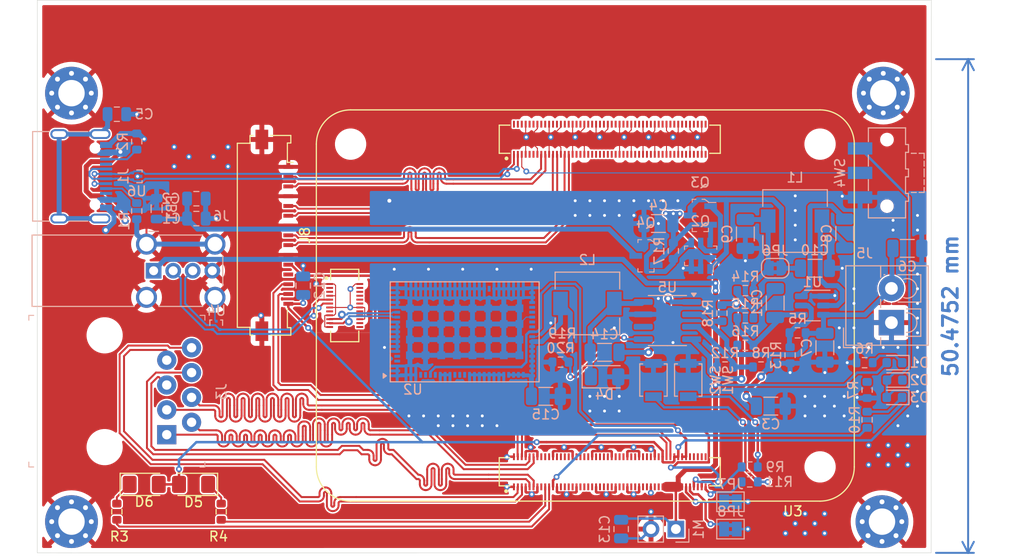
<source format=kicad_pcb>
(kicad_pcb (version 20240108) (generator "pcbnew") (generator_version "8.0")
  (title_block (title "cm4-carrier-net") (date "2021-09-17") (rev "v1.0a") (company "fourside.io") (comment 1 "twitch.tv/jkiv"))
  (layers (0 "F.Cu" mixed) (1 "In1.Cu" power) (2 "In2.Cu" power) (31 "B.Cu" mixed) (34 "B.Paste" user) (35 "F.Paste" user) (36 "B.SilkS" user "B.Silkscreen") (37 "F.SilkS" user "F.Silkscreen") (38 "B.Mask" user) (39 "F.Mask" user) (44 "Edge.Cuts" user))
  (net 0 "")
  (net 1 "GND")
  (net 2 "Net-(J1-SHIELD)")
  (net 3 "/USB_VBUS")
  (net 4 "Net-(U1-BOOT)")
  (net 5 "Net-(U1-SW)")
  (net 6 "Net-(C11-Pad1)")
  (net 7 "/SD_D0")
  (net 8 "/SD_CLK")
  (net 9 "/SD_CMD")
  (net 10 "/SD_D3")
  (net 11 "/SD_D1")
  (net 12 "/SD_D2")
  (net 13 "/E0_TR2-")
  (net 14 "/E0_TR2+")
  (net 15 "/E0_TR1+")
  (net 16 "/E0_TR1-")
  (net 17 "/E0_TR3+")
  (net 18 "/E0_TR3-")
  (net 19 "/E0_TR0-")
  (net 20 "/E0_TR0+")
  (net 21 "/E0_LEDL")
  (net 22 "/~{E0_LEDR}")
  (net 23 "/~{E0_LEDL}")
  (net 24 "Net-(U1-FB)")
  (net 25 "Net-(D1-K)")
  (net 26 "Net-(D2-K)")
  (net 27 "Net-(D3-K)")
  (net 28 "Net-(J1-CC2)")
  (net 29 "Net-(J1-CC1)")
  (net 30 "Net-(U1-EN)")
  (net 31 "+5V")
  (net 32 "/USB_D-")
  (net 33 "/USB_D+")
  (net 34 "/SD_PWR_ON")
  (net 35 "/PI_LED_nACT")
  (net 36 "/PI_nRPI_BOOT")
  (net 37 "/PI_GLOBAL_EN")
  (net 38 "Net-(R9-Pad1)")
  (net 39 "Net-(R11-Pad1)")
  (net 40 "/USB_OTG_ID")
  (net 41 "+12V")
  (net 42 "+3.3V")
  (net 43 "/HDMI_SCL")
  (net 44 "/HDMI_SDA")
  (net 45 "/HDMI_CK-")
  (net 46 "/HDMI_CK+")
  (net 47 "/HDMI_D0-")
  (net 48 "Net-(JP6-B)")
  (net 49 "/HDMI_D0+")
  (net 98 "/HDMI_D1-")
  (net 101 "/HDMI_D1+")
  (net 118 "/HDMI_D2-")
  (net 121 "/HDMI_D2+")
  (net 125 "/HDMI_CEC")
  (net 127 "/USB1+")
  (net 130 "+1V8")
  (net 132 "Net-(U3A-~{WL_DIS})")
  (net 134 "Net-(U3A-~{BT_DIS})")
  (net 155 "/USB1-")
  (net 156 "/USB-")
  (net 157 "/USB+")
  (net 159 "/CAMERA_PDN")
  (net 160 "/MIPI_CSI_RX0_D0N")
  (net 161 "/MIPI_CSI_RX0_D0P")
  (net 162 "/MIPI_CSI_RX1_D0N")
  (net 163 "/MIPI_CSI_RX1_D0P")
  (net 164 "/MIPI_CSI_RX_CLK0N")
  (net 165 "/MIPI_CSI_RX_CLK0P")
  (net 166 "/I2C1_SCL0-")
  (net 167 "/I2C1_SDA0+")
  (net 170 "5v_From_USB")
  (net 171 "5v_From_Bot")
  (net 172 "Net-(Q2-STAT)")
  (net 173 "Net-(Q2-GATE)")
  (net 174 "Net-(D5-K)")
  (net 175 "Net-(D6-K)")
  (net 187 "Net-(U5-BST)")
  (net 188 "Net-(D4-K)")
  (net 189 "3.3v_HC")
  (net 190 "Net-(U5-EN)")
  (net 191 "Net-(U5-PGOOD)")
  (net 192 "Net-(U5-FB)")
  (net 195 "/USB_CORAL+")
  (net 197 "/USB_CORAL-")
  (footprint "MountingHole:MountingHole_2.7mm_M2.5_Pad_Via" (layer "F.Cu") (at 83.5 130.81)
    (property "Reference" "H2" (hide yes))
    (property "Value" "MountingHole_Pad" (hide yes))
  )
  (footprint "MountingHole:MountingHole_2.7mm_M2.5_Pad_Via" (layer "F.Cu") (at 83.5 87)
    (property "Reference" "H1" (hide yes))
    (property "Value" "MountingHole_Pad" (hide yes))
  )
  (footprint "MountingHole:MountingHole_2.7mm_M2.5_Pad_Via" (layer "F.Cu") (at 166.5 87)
    (property "Reference" "H3" (hide yes))
    (property "Value" "MountingHole_Pad" (hide yes))
  )
  (footprint "MountingHole:MountingHole_2.7mm_M2.5_Pad_Via" (layer "F.Cu") (at 166.37 130.81)
    (property "Reference" "H4" (hide yes))
    (property "Value" "MountingHole_Pad" (hide yes))
  )
  (footprint "Resistor_SMD:R_0603_1608Metric" (layer "F.Cu") (at 88.138 129.794 -90)
    (property "Reference" "R3")
    (property "Value" "220R")
  )
  (footprint "Resistor_SMD:R_0603_1608Metric" (layer "F.Cu") (at 98.806 129.794 -90)
    (property "Reference" "R4")
    (property "Value" "220R")
  )
  (footprint "Diode_SMD:D_1206_3216Metric_Pad1.42x1.75mm_HandSolder" (layer "F.Cu") (at 90.932 127)
    (property "Reference" "D6")
    (property "Value" "LED")
  )
  (footprint "Diode_SMD:D_1206_3216Metric_Pad1.42x1.75mm_HandSolder" (layer "F.Cu") (at 95.982 127 180)
    (property "Reference" "D5")
    (property "Value" "LED")
  )
  (footprint "Connector_FFC-FPC:Molex_200528-0150_1x15-1MP_P1.00mm_Horizontal" (layer "F.Cu") (at 104.754 101.536 -90)
    (property "Reference" "J8")
    (property "Value" "Conn_01x15_MountingPin")
  )
  (footprint "Orange-Pi-CM4:MODULE_ORANGE_PI_CM4" (layer "F.Cu") (at 136.036 108.712 180)
    (property "Reference" "U3")
    (property "Value" "ORANGE_PI_CM4")
  )
  (footprint "Resistor_SMD:R_0603_1608Metric" (layer "B.Cu") (at 164.846 120.396 90)
    (property "Reference" "R10")
    (property "Value" "220R")
  )
  (footprint "Resistor_SMD:R_0603_1608Metric" (layer "B.Cu") (at 164.592 114.554 180)
    (property "Reference" "R6")
    (property "Value" "330R")
  )
  (footprint "Package_TO_SOT_SMD:SOT-23-6" (layer "B.Cu") (at 159.258 108.712 180)
    (property "Reference" "U1")
    (property "Value" "TPS54302")
  )
  (footprint "Capacitor_SMD:C_1206_3216Metric" (layer "B.Cu") (at 160.528 113.03 -90)
    (property "Reference" "C7")
    (property "Value" "0.1uF")
  )
  (footprint "LED_SMD:LED_0603_1608Metric" (layer "B.Cu") (at 167.64 118.11 180)
    (property "Reference" "D3")
    (property "Value" "Activity LED")
  )
  (footprint "Resistor_SMD:R_0603_1608Metric" (layer "B.Cu") (at 152.845 126.746 180)
    (property "Reference" "R11")
    (property "Value" "220R")
  )
  (footprint "TerminalBlock_4Ucon:TerminalBlock_4Ucon_1x02_P3.50mm_Vertical" (layer "B.Cu") (at 167.333 110.462 90)
    (property "Reference" "J5")
    (property "Value" "block")
  )
  (footprint "Resistor_SMD:R_0603_1608Metric" (layer "B.Cu") (at 152.4 109.982 180)
    (property "Reference" "R15")
    (property "Value" "100kOhm")
  )
  (footprint "Capacitor_SMD:C_1206_3216Metric" (layer "B.Cu") (at 152.4 101.395 -90)
    (property "Reference" "C9")
    (property "Value" "22uF")
  )
  (footprint "digikey-footprints:Ethernet_Jack_54602-908LF" (layer "B.Cu") (at 93.238 121.92 90)
    (property "Reference" "J3")
    (property "Value" "54602-908LF")
  )
  (footprint "Resistor_SMD:R_0603_1608Metric" (layer "B.Cu") (at 150 109.5 -90)
    (property "Reference" "R18")
    (property "Value" "100kOhm")
  )
  (footprint "digikey-footprints:SOT-23-6" (layer "B.Cu") (at 147.828 103.632 180)
    (property "Reference" "Q2")
    (property "Value" "LTC4412ES6_TRMPBF")
  )
  (footprint "Jumper:SolderJumper-2_P1.3mm_Bridged2Bar_Pad1.0x1.5mm" (layer "B.Cu") (at 150.876 131.572 180)
    (property "Reference" "JP8")
    (property "Value" "~BT_nDisable")
  )
  (footprint "Connector_PinHeader_2.54mm:PinHeader_1x02_P2.54mm_Vertical" (layer "B.Cu") (at 145.293 131.572 90)
    (property "Reference" "M1")
    (property "Value" "Fan")
  )
  (footprint "Inductor_SMD:L_6.3x6.3_H3" (layer "B.Cu") (at 157.48 100.076 180)
    (property "Reference" "L1")
    (property "Value" "10uH")
  )
  (footprint "LED_SMD:LED_0603_1608Metric" (layer "B.Cu") (at 167.64 114.554 180)
    (property "Reference" "D1")
    (property "Value" "USB Power")
  )
  (footprint "digikey-footprints:SOT-23-3" (layer "B.Cu") (at 147.794 99.502 180)
    (property "Reference" "Q3")
    (property "Value" "IRLML6401TRPBF")
  )
  (footprint "Capacitor_SMD:C_0805_2012Metric" (layer "B.Cu") (at 88.138 89.154)
    (property "Reference" "C5")
    (property "Value" "100n")
  )
  (footprint "Resistor_SMD:R_0603_1608Metric" (layer "B.Cu") (at 90.17 91.948 -90)
    (property "Reference" "R2")
    (property "Value" "5k1")
  )
  (footprint "Resistor_SMD:R_0603_1608Metric" (layer "B.Cu") (at 152.845 125.222 180)
    (property "Reference" "R9")
    (property "Value" "220R")
  )
  (footprint "LED_SMD:LED_0603_1608Metric" (layer "B.Cu") (at 167.6655 116.332 180)
    (property "Reference" "D2")
    (property "Value" "RPi 3v3")
  )
  (footprint "Button_Switch_SMD:SW_SPST_B3U-1000P" (layer "B.Cu") (at 143.002 116.332 90)
    (property "Reference" "SW2")
    (property "Value" "GLOBAL_EN")
  )
  (footprint "Capacitor_SMD:C_1206_3216Metric" (layer "B.Cu") (at 155.448 108.458 -90)
    (property "Reference" "C11")
    (property "Value" "75pF")
  )
  (footprint "Resistor_SMD:R_0603_1608Metric" (layer "B.Cu") (at 164.846 117.348 -90)
    (property "Reference" "R7")
    (property "Value" "220R")
  )
  (footprint "Resistor_SMD:R_0603_1608Metric" (layer "B.Cu") (at 133.5 114.5 180)
    (property "Reference" "R20")
    (property "Value" "10.2kOhm")
  )
  (footprint "Resistor_SMD:R_0603_1608Metric" (layer "B.Cu") (at 152.4 107.188 180)
    (property "Reference" "R14")
    (property "Value" "49.9Ohm")
  )
  (footprint "Jumper:SolderJumper-2_P1.3mm_Bridged2Bar_Pad1.0x1.5mm" (layer "B.Cu") (at 150.876 128.778 180)
    (property "Reference" "JP7")
    (property "Value" "~WL_nDisable")
  )
  (footprint "Capacitor_SMD:C_0805_2012Metric" (layer "B.Cu") (at 107.188 106.68 90)
    (property "Reference" "C12")
    (property "Value" "22u")
  )
  (footprint "Package_TO_SOT_SMD:Texas_DRT-3" (layer "B.Cu") (at 90.17 95.504 90)
    (property "Reference" "U6")
    (property "Value" "TPD2EUSB30")
  )
  (footprint "digikey-footprints:SOT-23-3" (layer "B.Cu") (at 142.24 103.632 180)
    (property "Reference" "Q4")
    (property "Value" "IRLML6401TRPBF")
  )
  (footprint "Capacitor_SMD:C_1206_3216Metric" (layer "B.Cu") (at 143.51 100.33 180)
    (property "Reference" "C4")
    (property "Value" "22uF")
  )
  (footprint "Capacitor_SMD:C_1206_3216Metric" (layer "B.Cu") (at 132 118)
    (property "Reference" "C15")
    (property "Value" "47uF")
  )
  (footprint "Capacitor_SMD:C_1206_3216Metric" (layer "B.Cu") (at 155 119)
    (property "Reference" "C3")
    (property "Value" "10uF")
  )
  (footprint "Resistor_SMD:R_0603_1608Metric" (layer "B.Cu") (at 152.4 112.776 180)
    (property "Reference" "R16")
    (property "Value" "13.3kOhm")
  )
  (footprint "Resistor_SMD:R_0603_1608Metric" (layer "B.Cu") (at 133.675 113 180)
    (property "Reference" "R19")
    (property "Value" "31.6kOhm")
  )
  (footprint "Capacitor_SMD:C_1206_3216Metric" (layer "B.Cu") (at 162.56 101.346 -90)
    (property "Reference" "C8")
    (property "Value" "0.1uF")
  )
  (footprint "TPU:Google_Coral_SMT_TPU_Module" (layer "B.Cu") (at 116.8 115.9)
    (property "Reference" "U2")
    (property "Value" "Google_Coral")
  )
  (footprint "Diode_SMD:D_1206_3216Metric" (layer "B.Cu") (at 138 116)
    (property "Reference" "D4")
    (property "Value" "D")
  )
  (footprint "Button_Switch_SMD:SW_SPDT_CK-JS102011SAQN" (layer "B.Cu") (at 166.878 95.152 -90)
    (property "Reference" "SW4")
    (property "Value" "USB_OTG")
  )
  (footprint "Inductor_SMD:L_0805_2012Metric" (layer "B.Cu") (at 92.202 98.806 90)
    (property "Reference" "FB1")
    (property "Value" "FB")
  )
  (footprint "Resistor_SMD:R_0603_1608Metric" (layer "B.Cu") (at 150.325 115 180)
    (property "Reference" "R12")
    (property "Value" "10.2kOhm")
  )
  (footprint "Jumper:SolderJumper-2_P1.3mm_Bridged2Bar_RoundedPad1.0x1.5mm" (layer "B.Cu") (at 155.448 104.902 180)
    (property "Reference" "JP6")
    (property "Value" "SolderJumper_2_Bridged")
  )
  (footprint "Resistor_SMD:R_0603_1608Metric" (layer "B.Cu") (at 145.034 103.124 -90)
    (property "Reference" "R17")
    (property "Value" "470kOhm")
  )
  (footprint "Capacitor_SMD:C_0805_2012Metric" (layer "B.Cu") (at 139.7 131.572 -90)
    (property "Reference" "C13")
    (property "Value" "22u")
  )
  (footprint "Capacitor_SMD:C_1206_3216Metric" (layer "B.Cu") (at 168.959 102.87)
    (property "Reference" "C6")
    (property "Value" "10uF")
  )
  (footprint "Resistor_SMD:R_0603_1608Metric" (layer "B.Cu") (at 156.972 113.792 -90)
    (property "Reference" "R13")
    (property "Value" "105kOhm")
  )
  (footprint "Button_Switch_SMD:SW_SPST_B3U-1000P" (layer "B.Cu") (at 146.558 116.332 90)
    (property "Reference" "SW1")
    (property "Value" "BOOT")
  )
  (footprint "Resistor_SMD:R_0603_1608Metric" (layer "B.Cu") (at 157.734 111.506 180)
    (property "Reference" "R5")
    (property "Value" "511kOhm")
  )
  (footprint "Capacitor_SMD:C_0805_2012Metric" (layer "B.Cu") (at 96.266 99.822)
    (property "Reference" "C1")
    (property "Value" "22u")
  )
  (footprint "Connector_USB:USB_C_Receptacle_G-Switch_GT-USB-7010ASV" (layer "B.Cu") (at 83.312 95.504 90)
    (property "Reference" "J1")
    (property "Value" "USB_C_Receptacle_USB2.0")
  )
  (footprint "Connector_USB:USB_A_Wuerth_614004134726_Horizontal" (layer "B.Cu") (at 91.898 105.156)
    (property "Reference" "J6")
    (property "Value" "USB_A")
  )
  (footprint "Inductor_SMD:L_6.3x6.3_H3" (layer "B.Cu") (at 136.25 108.5 180)
    (property "Reference" "L2")
    (property "Value" "0.1uH")
  )
  (footprint "Capacitor_SMD:C_1206_3216Metric" (layer "B.Cu") (at 159.512 104.902 180)
    (property "Reference" "C10")
    (property "Value" "22uF")
  )
  (footprint "Capacitor_SMD:C_1206_3216Metric" (layer "B.Cu") (at 138 113.5 180)
    (property "Reference" "C14")
    (property "Value" "0.1uF")
  )
  (footprint "Package_SO:SOIC-8-1EP_3.9x4.9mm_P1.27mm_EP2.29x3mm" (layer "B.Cu") (at 144.43 110.25 180)
    (property "Reference" "U5")
    (property "Value" "ADP2303ARDZ-3.3")
  )
  (footprint "Resistor_SMD:R_0603_1608Metric" (layer "B.Cu") (at 154 115 180)
    (property "Reference" "R8")
    (property "Value" "56kOhm")
  )
  (footprint "Package_TO_SOT_SMD:Texas_DRT-3" (layer "B.Cu") (at 98.298 110.744 180)
    (property "Reference" "U4")
    (property "Value" "TPD2EUSB30")
  )
  (footprint "Resistor_SMD:R_0603_1608Metric" (layer "B.Cu") (at 90.17 99.06 90)
    (property "Reference" "R1")
    (property "Value" "5k1")
  )
  (footprint "Capacitor_SMD:C_0805_2012Metric" (layer "B.Cu") (at 96.266 97.79)
    (property "Reference" "C2")
    (property "Value" "22u")
  )
  (gr_line (start 80 134) (end 80.01 77.5) (stroke (width 0.05)) (layer "Edge.Cuts"))
  (gr_line (start 171.415709 77.5) (end 171.394455 134) (stroke (width 0.05)) (layer "Edge.Cuts"))
  (gr_line (start 171.394455 134) (end 83.499999 134.005709) (stroke (width 0.05)) (layer "Edge.Cuts"))
  (gr_line (start 83.499999 134.005709) (end 80 134) (stroke (width 0.05)) (layer "Edge.Cuts"))
  (gr_line (start 80.01 77.5) (end 171.415709 77.5) (stroke (width 0.05)) (layer "Edge.Cuts"))
  (dimension (type aligned) (layer "B.Cu") (pts (xy 171.39737 83.524776) (xy 171.394455 134)) (height -3.780667) (gr_text "50.4752 mm" (at 173.376579 108.762502 89.99668997) (layer "B.Cu") (effects (font (size 1.5 1.5) (thickness 0.3)))) (format (prefix "") (suffix "") (units 3) (units_format 1) (precision 4)) (style (thickness 0.2) (arrow_length 1.27) (text_position_mode 0) (extension_height 0.58642) (extension_offset 0.5) keep_text_aligned))
  (segment (start 113.4768 108.9612) (end 113.4276 108.912) (width 0.1016) (layer "F.Cu") (net 1))
  (segment (start 142.753 130.307) (end 142.748 130.302) (width 0.254) (layer "F.Cu") (net 1))
  (segment (start 141.936 90.936) (end 141.936 90.172) (width 0.1016) (layer "F.Cu") (net 1))
  (segment (start 131.136 90.6236) (end 130.2596 91.5) (width 0.1016) (layer "F.Cu") (net 1))
  (segment (start 138.336 90.664) (end 138.336 90.172) (width 0.1016) (layer "F.Cu") (net 1))
  (segment (start 134.736 91.764) (end 135 91.5) (width 0.1016) (layer "F.Cu") (net 1))
  (segment (start 105.664 97.536) (end 105.364 97.536) (width 0.254) (layer "F.Cu") (net 1))
  (segment (start 143.136 123.568) (end 142.989998 123.421998) (width 0.254) (layer "F.Cu") (net 1))
  (segment (start 139.136 127.756) (end 139.136 127.252) (width 0.254) (layer "F.Cu") (net 1))
  (segment (start 138.363 127.829) (end 139.063 127.829) (width 0.254) (layer "F.Cu") (net 1))
  (segment (start 137.136 127.756) (end 137.209 127.829) (width 0.254) (layer "F.Cu") (net 1))
  (segment (start 140.97 123.595) (end 141.463 123.595) (width 0.254) (layer "F.Cu") (net 1))
  (segment (start 109.896 110.912) (end 109.4444 110.912) (width 0.1016) (layer "F.Cu") (net 1))
  (segment (start 106.076 103.536) (end 105.664 103.536) (width 0.254) (layer "F.Cu") (net 1))
  (segment (start 105.664 103.536) (end 105.364 103.536) (width 0.254) (layer "F.Cu") (net 1))
  (segment (start 133.536 90.464) (end 132.5 91.5) (width 0.1016) (layer "F.Cu") (net 1))
  (segment (start 130.556 123.327101) (end 130.437899 123.209) (width 0.254) (layer "F.Cu") (net 1))
  (segment (start 140.736 92.236) (end 140 91.5) (width 0.1016) (layer "F.Cu") (net 1))
  (segment (start 141.463 127.829) (end 141.536 127.756) (width 0.254) (layer "F.Cu") (net 1))
  (segment (start 133.536 93.252) (end 133.536 92.536) (width 0.1016) (layer "F.Cu") (net 1))
  (segment (start 138.736 123.668) (end 138.736 124.172) (width 0.254) (layer "F.Cu") (net 1))
  (segment (start 128.736 124.172) (end 128.05 124.172) (width 0.254) (layer "F.Cu") (net 1))
  (segment (start 132.809 123.595) (end 133.858 123.595) (width 0.254) (layer "F.Cu") (net 1))
  (segment (start 109.896 106.512) (end 108.512 106.512) (width 0.1016) (layer "F.Cu") (net 1))
  (segment (start 112.976 106.512) (end 112.5244 106.512) (width 0.1016) (layer "F.Cu") (net 1))
  (segment (start 134.663 123.595) (end 134.736 123.668) (width 0.254) (layer "F.Cu") (net 1))
  (segment (start 113.4768 110.0628) (end 113.4768 108.9612) (width 0.1016) (layer "F.Cu") (net 1))
  (segment (start 140.736 93.252) (end 140.736 92.236) (width 0.1016) (layer "F.Cu") (net 1))
  (segment (start 141.157 127.829) (end 141.463 127.829) (width 0.254) (layer "F.Cu") (net 1))
  (segment (start 143.136 90.864) (end 143.136 90.172) (width 0.1016) (layer "F.Cu") (net 1))
  (segment (start 140.336 127.252) (end 140.336 127.756) (width 0.254) (layer "F.Cu") (net 1))
  (segment (start 132.336 91.336) (end 132.336 90.172) (width 0.1016) (layer "F.Cu") (net 1))
  (segment (start 140.409 123.595) (end 140.97 123.595) (width 0.254) (layer "F.Cu") (net 1))
  (segment (start 113.4276 110.112) (end 113.4768 110.0628) (width 0.1016) (layer "F.Cu") (net 1))
  (segment (start 110.3476 109.712) (end 110.5 109.5596) (width 0.1016) (layer "F.Cu") (net 1))
  (segment (start 140.736 90.764) (end 140.736 90.172) (width 0.1016) (layer "F.Cu") (net 1))
  (segment (start 137.136 127.252) (end 137.136 127.756) (width 0.254) (layer "F.Cu") (net 1))
  (segment (start 146.736 92.264) (end 147.5 91.5) (width 0.1016) (layer "F.Cu") (net 1))
  (segment (start 142.736 127.865485) (end 142.735489 127.865996) (width 0.254) (layer "F.Cu") (net 1))
  (segment (start 105.364 94.536) (end 105.664 94.536) (width 0.254) (layer "F.Cu") (net 1))
  (segment (start 130.369 127.829) (end 130.556 128.016) (width 0.254) (layer "F.Cu") (net 1))
  (segment (start 136.736 124.172) (end 136.736 123.668) (width 0.254) (layer "F.Cu") (net 1))
  (segment (start 102.964 91.736) (end 102.964 91.836) (width 0.254) (layer "F.Cu") (net 1))
  (segment (start 110.5 107.5596) (end 110.5 108.912) (width 0.1016) (layer "F.Cu") (net 1))
  (segment (start 142.748 130.302) (end 142.748 129.794) (width 0.254) (layer "F.Cu") (net 1))
  (segment (start 130.009 127.829) (end 130.369 127.829) (width 0.254) (layer "F.Cu") (net 1))
  (segment (start 133.536 92.536) (end 132.5 91.5) (width 0.1016) (layer "F.Cu") (net 1))
  (segment (start 109.3952 110.8628) (end 109.3952 109.7612) (width 0.1016) (layer "F.Cu") (net 1))
  (segment (start 102.87 109.728) (end 102.87 111.242) (width 0.2) (layer "F.Cu") (net 1))
  (segment (start 140.336 124.172) (end 140.336 123.668) (width 0.254) (layer "F.Cu") (net 1))
  (segment (start 133.209 127.829) (end 133.925 127.829) (width 0.254) (layer "F.Cu") (net 1))
  (segment (start 133.136 127.252) (end 133.136 127.756) (width 0.254) (layer "F.Cu") (net 1))
  (segment (start 91.168 96.428551) (end 91.168 102.436) (width 0.2) (layer "F.Cu") (net 1))
  (segment (start 113.4276 108.912) (end 112.976 108.912) (width 0.1016) (layer "F.Cu") (net 1))
  (segment (start 139.536 91.964) (end 140 91.5) (width 0.1016) (layer "F.Cu") (net 1))
  (segment (start 129.936 91.564) (end 130 91.5) (width 0.1016) (layer "F.Cu") (net 1))
  (segment (start 129.936 90.172) (end 129.936 91.436) (width 0.1016) (layer "F.Cu") (net 1))
  (segment (start 137.668 123.595) (end 138.663 123.595) (width 0.254) (layer "F.Cu") (net 1))
  (segment (start 102.87 111.242) (end 102.964 111.336) (width 0.2) (layer "F.Cu") (net 1))
  (segment (start 145.536 93.252) (end 145.536 92.036) (width 0.1016) (layer "F.Cu") (net 1))
  (segment (start 140.97 128.016) (end 141.157 127.829) (width 0.254) (layer "F.Cu") (net 1))
  (segment (start 141.936 93.252) (end 141.936 92.064) (width 0.1016) (layer "F.Cu") (net 1))
  (segment (start 132.736 123.668) (end 132.809 123.595) (width 0.254) (layer "F.Cu") (net 1))
  (segment (start 109.896 107.712) (end 110.5 107.712) (width 0.1016) (layer "F.Cu") (net 1))
  (segment (start 109.4444 109.712) (end 109.896 109.712) (width 0.1016) (layer "F.Cu") (net 1))
  (segment (start 135.936 92.436) (end 135 91.5) (width 0.1016) (layer "F.Cu") (net 1))
  (segment (start 143.136 124.172) (end 143.136 123.568) (width 0.254) (layer "F.Cu") (net 1))
  (segment (start 146.736 90.736) (end 147.5 91.5) (width 0.1016) (layer "F.Cu") (net 1))
  (segment (start 145 91.5) (end 145.536 90.964) (width 0.1016) (layer "F.Cu") (net 1))
  (segment (start 131.136 123.668) (end 131.063 123.595) (width 0.254) (layer "F.Cu") (net 1))
  (segment (start 131.063 123.595) (end 130.556 123.595) (width 0.254) (layer "F.Cu") (net 1))
  (segment (start 136.809 123.595) (end 137.668 123.595) (width 0.254) (layer "F.Cu") (net 1))
  (segment (start 141.536 127.756) (end 141.536 127.252) (width 0.254) (layer "F.Cu") (net 1))
  (segment (start 135.936 90.564) (end 135.936 90.172) (width 0.1016) (layer "F.Cu") (net 1))
  (segment (start 138.663 123.595) (end 138.736 123.668) (width 0.254) (layer "F.Cu") (net 1))
  (segment (start 110.3476 106.512) (end 109.896 106.512) (width 0.1016) (layer "F.Cu") (net 1))
  (segment (start 134.112 128.016) (end 134.299 127.829) (width 0.254) (layer "F.Cu") (net 1))
  (segment (start 131.136 90.172) (end 131.136 90.6236) (width 0.1016) (layer "F.Cu") (net 1))
  (segment (start 129.936 93.252) (end 129.936 91.564) (width 0.1016) (layer "F.Cu") (net 1))
  (segment (start 146.736 90.172) (end 146.736 90.736) (width 0.1016) (layer "F.Cu") (net 1))
  (segment (start 131.136 124.172) (end 131.136 123.668) (width 0.254) (layer "F.Cu") (net 1))
  (segment (start 112 108.912) (end 112.976 108.912) (width 0.1016) (layer "F.Cu") (net 1))
  (segment (start 128.05 124.172) (end 128.016 124.206) (width 0.254) (layer "F.Cu") (net 1))
  (segment (start 142.5 91.5) (end 143.136 90.864) (width 0.1016) (layer "F.Cu") (net 1))
  (segment (start 128.736 127.252) (end 128.018 127.252) (width 0.254) (layer "F.Cu") (net 1))
  (segment (start 142.5 91.5) (end 141.936 90.936) (width 0.1016) (layer "F.Cu") (net 1))
  (segment (start 140 91.5) (end 140.736 90.764) (width 0.1016) (layer "F.Cu") (net 1))
  (segment (start 142.736 127.252) (end 142.736 127.865485) (width 0.254) (layer "F.Cu") (net 1))
  (segment (start 140.336 123.668) (end 140.409 123.595) (width 0.254) (layer "F.Cu") (net 1))
  (segment (start 136.736 123.668) (end 136.809 123.595) (width 0.254) (layer "F.Cu") (net 1))
  (segment (start 146.736 93.252) (end 146.736 92.264) (width 0.1016) (layer "F.Cu") (net 1))
  (segment (start 143.136 93.252) (end 143.136 92.136) (width 0.1016) (layer "F.Cu") (net 1))
  (segment (start 90.251449 95.512) (end 91.168 96.428551) (width 0.2) (layer "F.Cu") (net 1))
  (segment (start 140.336 127.756) (end 140.409 127.829) (width 0.254) (layer "F.Cu") (net 1))
  (segment (start 109.4444 110.912) (end 109.3952 110.8628) (width 0.1016) (layer "F.Cu") (net 1))
  (segment (start 145 91.5) (end 144.336 90.836) (width 0.1016) (layer "F.Cu") (net 1))
  (segment (start 112.5244 106.512) (end 112.0182 107.0182) (width 0.1016) (layer "F.Cu") (net 1))
  (segment (start 130.743 127.829) (end 131.063 127.829) (width 0.254) (layer "F.Cu") (net 1))
  (segment (start 129.936 123.668) (end 129.936 124.172) (width 0.254) (layer "F.Cu") (net 1))
  (segment (start 141.936 92.064) (end 142.5 91.5) (width 0.1016) (layer "F.Cu") (net 1))
  (segment (start 137.5 91.5) (end 138.336 90.664) (width 0.1016) (layer "F.Cu") (net 1))
  (segment (start 133.136 127.756) (end 133.209 127.829) (width 0.254) (layer "F.Cu") (net 1))
  (segment (start 105.664 100.536) (end 105.364 100.536) (width 0.254) (layer "F.Cu") (net 1))
  (segment (start 110.5 109.5596) (end 110.5 108.912) (width 0.1016) (layer "F.Cu") (net 1))
  (segment (start 145.536 90.964) (end 145.536 90.172) (width 0.1016) (layer "F.Cu") (net 1))
  (segment (start 145.536 92.036) (end 145 91.5) (width 0.1016) (layer "F.Cu") (net 1))
  (segment (start 135 91.5) (end 134.736 91.236) (width 0.1016) (layer "F.Cu") (net 1))
  (segment (start 135.063 127.829) (end 135.136 127.756) (width 0.254) (layer "F.Cu") (net 1))
  (segment (start 128.018 127.252) (end 128.016 127.254) (width 0.254) (layer "F.Cu") (net 1))
  (segment (start 133.858 123.595) (end 134.663 123.595) (width 0.254) (layer "F.Cu") (net 1))
  (segment (start 139.063 127.829) (end 139.136 127.756) (width 0.254) (layer "F.Cu") (net 1))
  (segment (start 133.925 127.829) (end 134.112 128.016) (width 0.254) (layer "F.Cu") (net 1))
  (segment (start 137.668 123.595) (end 137.668 123.209) (width 0.254) (layer "F.Cu") (net 1))
  (segment (start 132.336 91.664) (end 132.5 91.5) (width 0.1016) (layer "F.Cu") (net 1))
  (segment (start 142.753 131.572) (end 142.753 130.307) (width 0.254) (layer "F.Cu") (net 1))
  (segment (start 147.936 91.936) (end 147.5 91.5) (width 0.1016) (layer "F.Cu") (net 1))
  (segment (start 137.136 91.136) (end 137.5 91.5) (width 0.1016) (layer "F.Cu") (net 1))
  (segment (start 133.858 123.595) (end 133.858 123.209) (width 0.254) (layer "F.Cu") (net 1))
  (segment (start 147.936 93.252) (end 147.936 91.936) (width 0.1016) (layer "F.Cu") (net 1))
  (segment (start 129.936 127.756) (end 130.009 127.829) (width 0.254) (layer "F.Cu") (net 1))
  (segment (start 135.936 93.252) (end 135.936 92.436) (width 0.1016) (layer "F.Cu") (net 1))
  (segment (start 140 91.5) (end 139.536 91.036) (width 0.1016) (layer "F.Cu") (net 1))
  (segment (start 132.736 124.172) (end 132.736 123.668) (width 0.254) (layer "F.Cu") (net 1))
  (segment (start 129.936 91.436) (end 130 91.5) (width 0.1016) (layer "F.Cu") (net 1))
  (segment (start 133.536 90.172) (end 133.536 90.464) (width 0.1016) (layer "F.Cu") (net 1))
  (segment (start 139.536 91.036) (end 139.536 90.172) (width 0.1016) (layer "F.Cu") (net 1))
  (segment (start 144.336 93.252) (end 144.336 92.164) (width 0.1016) (layer "F.Cu") (net 1))
  (segment (start 108.512 106.512) (end 108.5 106.5) (width 0.1016) (layer "F.Cu") (net 1))
  (segment (start 140.409 127.829) (end 140.783 127.829) (width 0.254) (layer "F.Cu") (net 1))
  (segment (start 131.136 93.252) (end 131.136 92.636) (width 0.1016) (layer "F.Cu") (net 1))
  (segment (start 138.176 128.016) (end 138.363 127.829) (width 0.254) (layer "F.Cu") (net 1))
  (segment (start 141.463 123.595) (end 141.536 123.668) (width 0.254) (layer "F.Cu") (net 1))
  (segment (start 139.536 93.252) (end 139.536 91.964) (width 0.1016) (layer "F.Cu") (net 1))
  (segment (start 105.51 97.536) (end 105.664 97.536) (width 0.254) (layer "F.Cu") (net 1))
  (segment (start 130.556 128.016) (end 130.743 127.829) (width 0.254) (layer "F.Cu") (net 1))
  (segment (start 110.5 106.6644) (end 110.3476 106.512) (width 0.1016) (layer "F.Cu") (net 1))
  (segment (start 131.136 127.756) (end 131.136 127.252) (width 0.254) (layer "F.Cu") (net 1))
  (segment (start 137.989 127.829) (end 138.176 128.016) (width 0.254) (layer "F.Cu") (net 1))
  (segment (start 130.2596 91.5) (end 130 91.5) (width 0.1016) (layer "F.Cu") (net 1))
  (segment (start 112.976 110.112) (end 113.4276 110.112) (width 0.1016) (layer "F.Cu") (net 1))
  (segment (start 132.336 93.252) (end 132.336 91.664) (width 0.1016) (layer "F.Cu") (net 1))
  (segment (start 140.97 123.595) (end 140.97 123.209) (width 0.254) (layer "F.Cu") (net 1))
  (segment (start 134.736 91.236) (end 134.736 90.172) (width 0.1016) (layer "F.Cu") (net 1))
  (segment (start 130.556 123.595) (end 130.556 123.327101) (width 0.254) (layer "F.Cu") (net 1))
  (segment (start 112 107.0364) (end 112 108.912) (width 0.1016) (layer "F.Cu") (net 1))
  (segment (start 129.936 127.252) (end 129.936 127.756) (width 0.254) (layer "F.Cu") (net 1))
  (segment (start 110.5 107.5596) (end 110.5 106.6644) (width 0.1016) (layer "F.Cu") (net 1))
  (segment (start 110.5 108.912) (end 112 108.912) (width 0.1016) (layer "F.Cu") (net 1))
  (segment (start 112.0182 107.0182) (end 112 107.0364) (width 0.1016) (layer "F.Cu") (net 1))
  (segment (start 147.936 91.064) (end 147.936 90.172) (width 0.1016) (layer "F.Cu") (net 1))
  (segment (start 109.896 108.912) (end 110.5 108.912) (width 0.1016) (layer "F.Cu") (net 1))
  (segment (start 130.009 123.595) (end 129.936 123.668) (width 0.254) (layer "F.Cu") (net 1))
  (segment (start 143.136 92.136) (end 142.5 91.5) (width 0.1016) (layer "F.Cu") (net 1))
  (segment (start 132.5 91.5) (end 132.336 91.336) (width 0.1016) (layer "F.Cu") (net 1))
  (segment (start 130.556 123.595) (end 130.009 123.595) (width 0.254) (layer "F.Cu") (net 1))
  (segment (start 137.209 127.829) (end 137.989 127.829) (width 0.254) (layer "F.Cu") (net 1))
  (segment (start 109.896 109.712) (end 110.3476 109.712) (width 0.1016) (layer "F.Cu") (net 1))
  (segment (start 147.5 91.5) (end 147.936 91.064) (width 0.1016) (layer "F.Cu") (net 1))
  (segment (start 144.336 92.164) (end 145 91.5) (width 0.1016) (layer "F.Cu") (net 1))
  (segment (start 144.336 90.836) (end 144.336 90.172) (width 0.1016) (layer "F.Cu") (net 1))
  (segment (start 135.136 127.756) (end 135.136 127.252) (width 0.254) (layer "F.Cu") (net 1))
  (segment (start 142.989998 123.421998) (end 142.748 123.421998) (width 0.254) (layer "F.Cu") (net 1))
  (segment (start 131.136 92.636) (end 130 91.5) (width 0.1016) (layer "F.Cu") (net 1))
  (segment (start 131.063 127.829) (end 131.136 127.756) (width 0.254) (layer "F.Cu") (net 1))
  (segment (start 135 91.5) (end 135.936 90.564) (width 0.1016) (layer "F.Cu") (net 1))
  (segment (start 140.783 127.829) (end 140.97 128.016) (width 0.254) (layer "F.Cu") (net 1))
  (segment (start 137.136 90.172) (end 137.136 91.136) (width 0.1016) (layer "F.Cu") (net 1))
  (segment (start 134.299 127.829) (end 135.063 127.829) (width 0.254) (layer "F.Cu") (net 1))
  (segment (start 134.736 123.668) (end 134.736 124.172) (width 0.254) (layer "F.Cu") (net 1))
  (segment (start 134.736 93.252) (end 134.736 91.764) (width 0.1016) (layer "F.Cu") (net 1))
  (segment (start 141.536 123.668) (end 141.536 124.172) (width 0.254) (layer "F.Cu") (net 1))
  (segment (start 109.3952 109.7612) (end 109.4444 109.712) (width 0.1016) (layer "F.Cu") (net 1))
  (via (at 130.437899 123.209) (size 0.6) (drill 0.3) (layers "F.Cu" "B.Cu") (net 1))
  (via (at 128.016 127.254) (size 0.6) (drill 0.3) (layers "F.Cu" "B.Cu") (net 1))
  (via (at 90.932 91.694) (size 0.6) (drill 0.3) (layers "F.Cu" "B.Cu") (net 1))
  (via (at 169 123) (size 0.6) (drill 0.3) (layers "F.Cu" "B.Cu") (net 1))
  (via (at 156.972 115.57) (size 0.6) (drill 0.3) (layers "F.Cu" "B.Cu") (net 1))
  (via (at 107.188 104.648) (size 0.6) (drill 0.3) (layers "F.Cu" "B.Cu") (net 1))
  (via (at 170 117.5) (size 0.6) (drill 0.3) (layers "F.Cu" "B.Cu") (net 1))
  (via (at 139.5 119.5) (size 0.6) (drill 0.3) (layers "F.Cu" "B.Cu") (net 1))
  (via (at 140.97 128.016) (size 0.6) (drill 0.3) (layers "F.Cu" "B.Cu") (net 1))
  (via (at 166 124) (size 0.6) (drill 0.3) (layers "F.Cu" "B.Cu") (net 1))
  (via (at 121 121) (size 0.6) (drill 0.3) (layers "F.Cu" "B.Cu") (net 1))
  (via (at 169 120) (size 0.6) (drill 0.3) (layers "F.Cu" "B.Cu") (net 1))
  (via (at 138 98) (size 0.6) (drill 0.3) (layers "F.Cu" "B.Cu") (net 1))
  (via (at 170 114.5) (size 0.6) (drill 0.3) (layers "F.Cu" "B.Cu") (net 1))
  (via (at 112 108.912) (size 0.6) (drill 0.3) (layers "F.Cu" "B.Cu") (net 1))
  (via (at 156.5 132) (size 0.6) (drill 0.3) (layers "F.Cu" "B.Cu") (net 1))
  (via (at 90.17 89.154) (size 0.6) (drill 0.3) (layers "F.Cu" "B.Cu") (net 1))
  (via (at 162 111) (size 0.6) (drill 0.3) (layers "F.Cu" "B.Cu") (net 1))
  (via (at 167 125) (size 0.6) (drill 0.3) (layers "F.Cu" "B.Cu") (net 1))
  (via (at 162.814 114.554) (size 0.6) (drill 0.3) (layers "F.Cu" "B.Cu") (net 1))
  (via (at 170 119) (size 0.6) (drill 0.3) (layers "F.Cu" "B.Cu") (net 1))
  (via (at 98 93.5) (size 0.6) (drill 0.3) (layers "F.Cu" "B.Cu") (net 1))
  (via (at 98.298 99.822) (size 0.6) (drill 0.3) (layers "F.Cu" "B.Cu") (net 1))
  (via (at 108.5 106.5) (size 0.6) (drill 0.3) (layers "F.Cu" "B.Cu") (net 1))
  (via (at 138 119.5) (size 0.6) (drill 0.3) (layers "F.Cu" "B.Cu") (net 1))
  (via (at 170 107) (size 0.6) (drill 0.3) (layers "F.Cu" "B.Cu") (net 1))
  (via (at 94 92.5) (size 0.6) (drill 0.3) (layers "F.Cu" "B.Cu") (net 1))
  (via (at 122.5 121) (size 0.6) (drill 0.3) (layers "F.Cu" "B.Cu") (net 1))
  (via (at 135 91.5) (size 0.6) (drill 0.3) (layers "F.Cu" "B.Cu") (net 1))
  (via (at 170 101) (size 0.6) (drill 0.3) (layers "F.Cu" "B.Cu") (net 1))
  (via (at 158.5 118) (size 0.6) (drill 0.3) (layers "F.Cu" "B.Cu") (net 1))
  (via (at 170 110) (size 0.6) (drill 0.3) (layers "F.Cu" "B.Cu") (net 1))
  (via (at 124 121) (size 0.6) (drill 0.3) (layers "F.Cu" "B.Cu") (net 1))
  (via (at 159.5 119) (size 0.6) (drill 0.3) (layers "F.Cu" "B.Cu") (net 1))
  (via (at 136.5 118) (size 0.6) (drill 0.3) (layers "F.Cu" "B.Cu") (net 1))
  (via (at 127 121) (size 0.6) (drill 0.3) (layers "F.Cu" "B.Cu") (net 1))
  (via (at 145.5 98) (size 0.6) (drill 0.3) (layers "F.Cu" "B.Cu") (net 1))
  (via (at 165 125) (size 0.6) (drill 0.3) (layers "F.Cu" "B.Cu") (net 1))
  (via (at 148.5 109) (size 0.6) (drill 0.3) (layers "F.Cu" "B.Cu") (net 1))
  (via (at 142.5 98) (size 0.6) (drill 0.3) (layers "F.Cu" "B.Cu") (net 1))
  (via (at 90.251449 95.512) (size 0.6) (drill 0.3) (layers "F.Cu" "B.Cu") (net 1))
  (via (at 94 94.5) (size 0.6) (drill 0.3) (layers "F.Cu" "B.Cu") (net 1))
  (via (at 142.748 123.421998) (size 0.6) (drill 0.3) (layers "F.Cu" "B.Cu") (net 1))
  (via (at 160.5 132) (size 0.6) (drill 0.3) (layers "F.Cu" "B.Cu") (net 1))
  (via (at 163.5 108.5) (size 0.6) (drill 0.3) (layers "F.Cu" "B.Cu") (net 1))
  (via (at 162 113) (size 0.6) (drill 0.3) (layers "F.Cu" "B.Cu") (net 1))
  (via (at 160.5 130) (size 0.6) (drill 0.3) (layers "F.Cu" "B.Cu") (net 1))
  (via (at 162.5 120) (size 0.6) (drill 0.3) (layers "F.Cu" "B.Cu") (net 1))
  (via (at 170 108.5) (size 0.6) (drill 0.3) (layers "F.Cu" "B.Cu") (net 1))
  (via (at 160.5 120) (size 0.6) (drill 0.3) (layers "F.Cu" "B.Cu") (net 1))
  (via (at 120 105) (size 0.6) (drill 0.3) (layers "F.Cu" "B.Cu") (net 1))
  (via (at 157.5 131) (size 0.6) (drill 0.3) (layers "F.Cu" "B.Cu") (net 1))
  (via (at 116 98) (size 0.8) (drill 0.4) (layers "F.Cu" "B.Cu") (net 1))
  (via (at 142.748 129.794) (size 0.6) (drill 0.3) (layers "F.Cu" "B.Cu") (net 1))
  (via (at 163.5 113) (size 0.6) (drill 0.3) (layers "F.Cu" "B.Cu") (net 1))
  (via (at 161.5 119) (size 0.6) (drill 0.3) (layers "F.Cu" "B.Cu") (net 1))
  (via (at 99.5 92.5) (size 0.6) (drill 0.3) (layers "F.Cu" "B.Cu") (net 1))
  (via (at 137.668 123.209) (size 0.6) (drill 0.3) (layers "F.Cu" "B.Cu") (net 1))
  (via (at 167.5 101) (size 0.6) (drill 0.3) (layers "F.Cu" "B.Cu") (net 1))
  (via (at 136.5 99.5) (size 0.6) (drill 0.3) (layers "F.Cu" "B.Cu") (net 1))
  (via (at 158.5 130) (size 0.6) (drill 0.3) (layers "F.Cu" "B.Cu") (net 1))
  (via (at 115.5 113) (size 0.6) (drill 0.3) (layers "F.Cu" "B.Cu") (net 1))
  (via (at 157.5 99) (size 0.6) (drill 0.3) (layers "F.Cu" "B.Cu") (net 1))
  (via (at 162.5 118) (size 0.6) (drill 0.3) (layers "F.Cu" "B.Cu") (net 1))
  (via (at 138 99.5) (size 0.6) (drill 0.3) (layers "F.Cu" "B.Cu") (net 1))
  (via (at 138.176 128.016) (size 0.6) (drill 0.3) (layers "F.Cu" "B.Cu") (net 1))
  (via (at 125.5 121) (size 0.6) (drill 0.3) (layers "F.Cu" "B.Cu") (net 1))
  (via (at 142.735489 127.865996) (size 0.6) (drill 0.3) (layers "F.Cu" "B.Cu") (net 1))
  (via (at 118 120) (size 0.6) (drill 0.3) (layers "F.Cu" "B.Cu") (net 1))
  (via (at 130.5 105) (size 0.6) (drill 0.3) (layers "F.Cu" "B.Cu") (net 1))
  (via (at 170 113) (size 0.6) (drill 0.3) (layers "F.Cu" "B.Cu") (net 1))
  (via (at 163.5 111) (size 0.6) (drill 0.3) (layers "F.Cu" "B.Cu") (net 1))
  (via (at 132.5 110.5) (size 0.6) (drill 0.3) (layers "F.Cu" "B.Cu") (net 1))
  (via (at 116.5 105) (size 0.6) (drill 0.3) (layers "F.Cu" "B.Cu") (net 1))
  (via (at 139.5 99.5) (size 0.6) (drill 0.3) (layers "F.Cu" "B.Cu") (net 1))
  (via (at 132.5 91.5) (size 0.6) (drill 0.3) (layers "F.Cu" "B.Cu") (net 1))
  (via (at 135 99.5) (size 0.6) (drill 0.3) (layers "F.Cu" "B.Cu") (net 1))
  (via (at 139.5 118) (size 0.6) (drill 0.3) (layers "F.Cu" "B.Cu") (net 1))
  (via (at 142.5 91.5) (size 0.6) (drill 0.3) (layers "F.Cu" "B.Cu") (net 1))
  (via (at 135 98) (size 0.6) (drill 0.3) (layers "F.Cu" "B.Cu") (net 1))
  (via (at 128.016 124.206) (size 0.6) (drill 0.3) (layers "F.Cu" "B.Cu") (net 1))
  (via (at 141 99.5) (size 0.6) (drill 0.3) (layers "F.Cu" "B.Cu") (net 1))
  (via (at 159.5 131) (size 0.6) (drill 0.3) (layers "F.Cu" "B.Cu") (net 1))
  (via (at 163.5 107) (size 0.6) (drill 0.3) (layers "F.Cu" "B.Cu") (net 1))
  (via (at 130 91.5) (size 0.6) (drill 0.3) (layers "F.Cu" "B.Cu") (net 1))
  (via (at 139 111) (size 0.6) (drill 0.3) (layers "F.Cu" "B.Cu") (net 1))
  (via (at 136.5 98) (size 0.6) (drill 0.3) (layers "F.Cu" "B.Cu") (net 1))
  (via (at 161.544 107.696) (size 0.6) (drill 0.3) (layers "F.Cu" "B.Cu") (net 1))
  (via (at 119.5 120) (size 0.6) (drill 0.3) (layers "F.Cu" "B.Cu") (net 1))
  (via (at 157.5 102) (size 0.6) (drill 0.3) (layers "F.Cu" "B.Cu") (net 1))
  (via (at 143.51 100.33) (size 0.6) (drill 0.3) (layers "F.Cu" "B.Cu") (net 1))
  (via (at 147.5 91.5) (size 0.6) (drill 0.3) (layers "F.Cu" "B.Cu") (net 1))
  (via (at 156.5 130) (size 0.6) (drill 0.3) (layers "F.Cu" "B.Cu") (net 1))
  (via (at 158.5 120) (size 0.6) (drill 0.3) (layers "F.Cu" "B.Cu") (net 1))
  (via (at 145 112.5) (size 0.6) (drill 0.3) (layers "F.Cu" "B.Cu") (net 1))
  (via (at 170 116) (size 0.6) (drill 0.3) (layers "F.Cu" "B.Cu") (net 1))
  (via (at 169 125) (size 0.6) (drill 0.3) (layers "F.Cu" "B.Cu") (net 1))
  (via (at 162.306 97.536) (size 0.6) (drill 0.3) (layers "F.Cu" "B.Cu") (net 1))
  (via (at 139.5 98) (size 0.6) (drill 0.3) (layers "F.Cu" "B.Cu") (net 1))
  (via (at 158.5 132) (size 0.6) (drill 0.3) (layers "F.Cu" "B.Cu") (net 1))
  (via (at 165 113) (size 0.6) (drill 0.3) (layers "F.Cu" "B.Cu") (net 1))
  (via (at 138 118) (size 0.6) (drill 0.3) (layers "F.Cu" "B.Cu") (net 1))
  (via (at 130.556 128.016) (size 0.6) (drill 0.3) (layers "F.Cu" "B.Cu") (net 1))
  (via (at 125.5 120) (size 0.6) (drill 0.3) (layers "F.Cu" "B.Cu") (net 1))
  (via (at 140.97 123.209) (size 0.6) (drill 0.3) (layers "F.Cu" "B.Cu") (net 1))
  (via (at 134.112 128.016) (size 0.6) (drill 0.3) (layers "F.Cu" "B.Cu") (net 1))
  (via (at 168 124) (size 0.6) (drill 0.3) (layers "F.Cu" "B.Cu") (net 1))
  (via (at 127 105) (size 0.6) (drill 0.3) (layers "F.Cu" "B.Cu") (net 1))
  (via (at 157.5 97.5) (size 0.6) (drill 0.3) (layers "F.Cu" "B.Cu") (net 1))
  (via (at 160.5 118) (size 0.6) (drill 0.3) (layers "F.Cu" "B.Cu") (net 1))
  (via (at 143.5 108) (size 0.6) (drill 0.3) (layers "F.Cu" "B.Cu") (net 1))
  (via (at 102.87 109.728) (size 0.6) (drill 0.3) (layers "F.Cu" "B.Cu") (net 1))
  (via (at 87 101) (size 0.8) (drill 0.4) (layers "F.Cu" "B.Cu") (net 1))
  (via (at 133.858 123.209) (size 0.6) (drill 0.3) (layers "F.Cu" "B.Cu") (net 1))
  (via (at 121 120) (size 0.6) (drill 0.3) (layers "F.Cu" "B.Cu") (net 1))
  (via (at 122.5 120) (size 0.6) (drill 0.3) (layers "F.Cu" "B.Cu") (net 1))
  (via (at 146.05 104.902) (size 0.6) (drill 0.3) (layers "F.Cu" "B.Cu") (net 1))
  (via (at 140 91.5) (size 0.6) (drill 0.3) (layers "F.Cu" "B.Cu") (net 1))
  (via (at 145 91.5) (size 0.6) (drill 0.3) (layers "F.Cu" "B.Cu") (net 1))
  (via (at 152.4 104.14) (size 0.6) (drill 0.3) (layers "F.Cu" "B.Cu") (net 1))
  (via (at 137.5 91.5) (size 0.6) (drill 0.3) (layers "F.Cu" "B.Cu") (net 1))
  (via (at 167.5 100) (size 0.6) (drill 0.3) (layers "F.Cu" "B.Cu") (net 1))
  (via (at 170 111.5) (size 0.6) (drill 0.3) (layers "F.Cu" "B.Cu") (net 1))
  (via (at 170 105.5) (size 0.6) (drill 0.3) (layers "F.Cu" "B.Cu") (net 1))
  (via (at 167 123) (size 0.6) (drill 0.3) (layers "F.Cu" "B.Cu") (net 1))
  (via (at 166.5 113) (size 0.6) (drill 0.3) (layers "F.Cu" "B.Cu") (net 1))
  (via (at 112.0182 107.0182) (size 0.6) (drill 0.3) (layers "F.Cu" "B.Cu") (net 1))
  (via (at 160.528 115.57) (size 0.6) (drill 0.3) (layers "F.Cu" "B.Cu") (net 1))
  (via (at 168 121) (size 0.6) (drill 0.3) (layers "F.Cu" "B.Cu") (net 1))
  (via (at 99.5 94.5) (size 0.6) (drill 0.3) (layers "F.Cu" "B.Cu") (net 1))
  (via (at 163.83 118.11) (size 0.6) (drill 0.3) (layers "F.Cu" "B.Cu") (net 1))
  (via (at 170 99.5) (size 0.6) (drill 0.3) (layers "F.Cu" "B.Cu") (net 1))
  (via (at 165 123) (size 0.6) (drill 0.3) (layers "F.Cu" "B.Cu") (net 1))
  (via (at 124 120) (size 0.6) (drill 0.3) (layers "F.Cu" "B.Cu") (net 1))
  (via (at 157.5 100.5) (size 0.6) (drill 0.3) (layers "F.Cu" "B.Cu") (net 1))
  (via (at 152.654 131.572) (size 0.6) (drill 0.3) (layers "F.Cu" "B.Cu") (net 1))
  (via (at 141 98) (size 0.6) (drill 0.3) (layers "F.Cu" "B.Cu") (net 1))
  (via (at 144 98) (size 0.6) (drill 0.3) (layers "F.Cu" "B.Cu") (net 1))
  (via (at 162.306 104.902) (size 0.6) (drill 0.3) (layers "F.Cu" "B.Cu") (net 1))
  (via (at 95.5 93.5) (size 0.6) (drill 0.3) (layers "F.Cu" "B.Cu") (net 1))
  (via (at 136.5 119.5) (size 0.6) (drill 0.3) (layers "F.Cu" "B.Cu") (net 1))
  (via (at 168 113) (size 0.6) (drill 0.3) (layers "F.Cu" "B.Cu") (net 1))
  (via (at 152.654 128.778) (size 0.6) (drill 0.3) (layers "F.Cu" "B.Cu") (net 1))
  (via (at 123.5 105) (size 0.6) (drill 0.3) (layers "F.Cu" "B.Cu") (net 1))
  (segment (start 87.357 92.304) (end 88.538 91.123) (width 0.508) (layer "B.Cu") (net 1))
  (segment (start 89.088 89.154) (end 90.17 89.154) (width 0.508) (layer "B.Cu") (net 1))
  (segment (start 90.17 91.123) (end 90.361 91.123) (width 0.508) (layer "B.Cu") (net 1))
  (segment (start 151.526 131.572) (end 152.654 131.572) (width 0.254) (layer "B.Cu") (net 1))
  (segment (start 98.168 110.189) (end 98.298 110.319) (width 0.15) (layer "B.Cu") (net 1))
  (segment (start 131.1 111.9) (end 132.5 110.5) (width 0.1016) (layer "B.Cu") (net 1))
  (segment (start 163.893 118.173) (end 163.83 118.11) (width 0.254) (layer "B.Cu") (net 1))
  (segment (start 90.17 101.438) (end 91.168 102.436) (width 0.508) (layer "B.Cu") (net 1))
  (segment (start 97.216 97.79) (end 97.216 99.822) (width 0.508) (layer "B.Cu") (net 1))
  (segment (start 146.13 104.982) (end 146.05 104.902) (width 0.508) (layer "B.Cu") (net 1))
  (segment (start 161.478 107.762) (end 161.544 107.696) (width 0.508) (layer "B.Cu") (net 1))
  (segment (start 87.074738 98.704) (end 87.841 99.470262) (width 0.508) (layer "B.Cu") (net 1))
  (segment (start 87.018738 101) (end 87 101) (width 0.508) (layer "B.Cu") (net 1))
  (segment (start 87.037 98.704) (end 87.357 98.704) (width 0.508) (layer "B.Cu") (net 1))
  (segment (start 98.168 107.876) (end 98.168 110.189) (width 0.15) (layer "B.Cu") (net 1))
  (segment (start 87.037 98.704) (end 87.074738 98.704) (width 0.508) (layer "B.Cu") (net 1))
  (segment (start 90.595 95.504) (end 90.259449 95.504) (width 0.2) (layer "B.Cu") (net 1))
  (segment (start 151.638 128.778) (end 152.654 128.778) (width 0.254) (layer "B.Cu") (net 1))
  (segment (start 90.361 91.123) (end 90.932 91.694) (width 0.508) (layer "B.Cu") (net 1))
  (segment (start 87.037 92.304) (end 87.357 92.304) (width 0.508) (layer "B.Cu") (net 1))
  (segment (start 156.972 114.617) (end 156.972 115.57) (width 0.508) (layer "B.Cu") (net 1))
  (segment (start 90.17 99.885) (end 90.17 101.438) (width 0.508) (layer "B.Cu") (net 1))
  (segment (start 147.828 104.982) (end 146.878 104.982) (width 0.508) (layer "B.Cu") (net 1))
  (segment (start 146.878 104.982) (end 146.13 104.982) (width 0.508) (layer "B.Cu") (net 1))
  (segment (start 163.767 114.554) (end 162.814 114.554) (width 0.254) (layer "B.Cu") (net 1))
  (segment (start 160.987 104.902) (end 162.306 104.902) (width 0.508) (layer "B.Cu") (net 1))
  (segment (start 97.216 99.822) (end 98.298 99.822) (width 0.508) (layer "B.Cu") (net 1))
  (segment (start 98.168 102.436) (end 91.168 102.436) (width 0.508) (layer "B.Cu") (net 1))
  (segment (start 130 109.9) (end 129.3 110.6) (width 0.1016) (layer "B.Cu") (net 1))
  (segment (start 90.259449 95.504) (end 90.251449 95.512) (width 0.2) (layer "B.Cu") (net 1))
  (segment (start 141.803 132.522) (end 139.7 132.522) (width 0.254) (layer "B.Cu") (net 1))
  (segment (start 160.528 114.505) (end 160.528 115.57) (width 0.508) (layer "B.Cu") (net 1))
  (segment (start 130.6 109.9) (end 130 109.9) (width 0.1016) (layer "B.Cu") (net 1))
  (segment (start 88.538 91.123) (end 90.17 91.123) (width 0.508) (layer "B.Cu") (net 1))
  (segment (start 130.6 111.9) (end 131.1 111.9) (width 0.1016) (layer "B.Cu") (net 1))
  (segment (start 164.128 97.652) (end 162.422 97.652) (width 0.254) (layer "B.Cu") (net 1))
  (segment (start 160.3955 107.762) (end 161.478 107.762) (width 0.508) (layer "B.Cu") (net 1))
  (segment (start 162.422 97.652) (end 162.306 97.536) (width 0.254) (layer "B.Cu") (net 1))
  (segment (start 107.188 105.73) (end 107.188 104.648) (width 0.254) (layer "B.Cu") (net 1))
  (segment (start 87.841 100.177738) (end 87.018738 101) (width 0.508) (layer "B.Cu") (net 1))
  (segment (start 152.4 102.87) (end 152.4 104.14) (width 0.508) (layer "B.Cu") (net 1))
  (segment (start 87.841 99.470262) (end 87.841 100.177738) (width 0.508) (layer "B.Cu") (net 1))
  (segment (start 142.753 131.572) (end 141.803 132.522) (width 0.254) (layer "B.Cu") (net 1))
  (segment (start 164.846 118.173) (end 163.893 118.173) (width 0.254) (layer "B.Cu") (net 1))
  (segment (start 142.035 100.33) (end 143.51 100.33) (width 0.508) (layer "B.Cu") (net 1))
  (segment (start 82.237 99.824) (end 86.437 99.824) (width 0.508) (layer "B.Cu") (net 2))
  (segment (start 87.188 90.433) (end 86.437 91.184) (width 0.508) (layer "B.Cu") (net 2))
  (segment (start 87.188 89.154) (end 87.188 90.433) (width 0.508) (layer "B.Cu") (net 2))
  (segment (start 86.437 91.184) (end 82.237 91.184) (width 0.508) (layer "B.Cu") (net 2))
  (segment (start 82.237 91.184) (end 82.237 99.824) (width 0.508) (layer "B.Cu") (net 2))
  (segment (start 86.5 97.5) (end 85.5 97.5) (width 0.508) (layer "F.Cu") (net 3))
  (segment (start 85 94.5) (end 85.5 94) (width 0.508) (layer "F.Cu") (net 3))
  (segment (start 85.5 97.5) (end 85 97) (width 0.508) (layer "F.Cu") (net 3))
  (segment (start 89 100) (end 86.5 97.5) (width 0.508) (layer "F.Cu") (net 3))
  (segment (start 85 97) (end 85 94.5) (width 0.508) (layer "F.Cu") (net 3))
  (segment (start 85.5 94) (end 87.5 94) (width 0.508) (layer "F.Cu") (net 3))
  (segment (start 87.5 94) (end 88.5 93) (width 0.508) (layer "F.Cu") (net 3))
  (via (at 89 100) (size 0.8) (drill 0.4) (layers "F.Cu" "B.Cu") (net 3))
  (via (at 88.5 93) (size 0.8) (drill 0.4) (layers "F.Cu" "B.Cu") (net 3))
  (segment (start 89.085492 98.414508) (end 89 98.5) (width 0.508) (layer "B.Cu") (net 3))
  (segment (start 88.5 93) (end 87.141 93) (width 0.508) (layer "B.Cu") (net 3))
  (segment (start 88.574984 97.904) (end 89.085492 98.414508) (width 0.508) (layer "B.Cu") (net 3))
  (segment (start 90.9565 98.989) (end 92.202 97.7435) (width 0.508) (layer "B.Cu") (net 3))
  (segment (start 89.085492 98.414508) (end 89.659984 98.989) (width 0.508) (layer "B.Cu") (net 3))
  (segment (start 89 98.5) (end 89 100) (width 0.508) (layer "B.Cu") (net 3))
  (segment (start 87.141 93) (end 87.037 93.104) (width 0.508) (layer "B.Cu") (net 3))
  (segment (start 89.659984 98.989) (end 90.9565 98.989) (width 0.508) (layer "B.Cu") (net 3))
  (segment (start 87.037 97.904) (end 88.574984 97.904) (width 0.508) (layer "B.Cu") (net 3))
  (segment (start 162.56 99.871) (end 161.211 98.522) (width 0.508) (layer "B.Cu") (net 4))
  (segment (start 159.126 98.522) (end 159.004 98.644) (width 0.508) (layer "B.Cu") (net 4))
  (segment (start 159.004 106.8785) (end 158.1205 107.762) (width 0.508) (layer "B.Cu") (net 4))
  (segment (start 161.211 98.522) (end 159.126 98.522) (width 0.508) (layer "B.Cu") (net 4))
  (segment (start 159.004 98.644) (end 159.004 106.8785) (width 0.508) (layer "B.Cu") (net 4))
  (segment (start 160.23 100.076) (end 160.058 100.248) (width 0.508) (layer "B.Cu") (net 5))
  (segment (start 161.798 108.712) (end 160.3955 108.712) (width 0.508) (layer "B.Cu") (net 5))
  (segment (start 162.56 102.406) (end 160.23 100.076) (width 0.508) (layer "B.Cu") (net 5))
  (segment (start 160.058 106.04508) (end 160.69292 106.68) (width 0.508) (layer "B.Cu") (net 5))
  (segment (start 160.058 100.248) (end 160.058 106.04508) (width 0.508) (layer "B.Cu") (net 5))
  (segment (start 162.56 102.821) (end 162.56 102.406) (width 0.508) (layer "B.Cu") (net 5))
  (segment (start 161.798 106.68) (end 162.306 107.188) (width 0.508) (layer "B.Cu") (net 5))
  (segment (start 160.69292 106.68) (end 161.798 106.68) (width 0.508) (layer "B.Cu") (net 5))
  (segment (start 162.306 107.188) (end 162.306 108.204) (width 0.508) (layer "B.Cu") (net 5))
  (segment (start 162.306 108.204) (end 161.798 108.712) (width 0.508) (layer "B.Cu") (net 5))
  (segment (start 153.225 109.206) (end 155.448 106.983) (width 0.508) (layer "B.Cu") (net 6))
  (segment (start 153.225 109.982) (end 153.225 109.206) (width 0.508) (layer "B.Cu") (net 6))
  (segment (start 151.575 107.556) (end 153.225 109.206) (width 0.508) (layer "B.Cu") (net 6))
  (segment (start 151.575 107.188) (end 151.575 107.556) (width 0.508) (layer "B.Cu") (net 6))
  (segment (start 121.8152 126.463) (end 121.8152 125.48835) (width 0.2) (layer "F.Cu") (net 13))
  (segment (start 120.6152 125.488341) (end 120.6152 126.013) (width 0.2) (layer "F.Cu") (net 13))
  (segment (start 95.778 115.57) (end 92.1378 115.57) (width 0.2) (layer "F.Cu") (net 13))
  (segment (start 91.215 116.4928) (end 91.215 123.2832) (width 0.2) (layer "F.Cu") (net 13))
  (segment (start 115.142 124.073) (end 115.142 122.948341) (width 0.2) (layer "F.Cu") (net 13))
  (segment (start 122.1152 125.48835) (end 122.1152 125.863) (width 0.2) (layer "F.Cu") (net 13))
  (segment (start 116.2388 123.923) (end 118.7788 126.463) (width 0.2) (layer "F.Cu") (net 13))
  (segment (start 118.7788 126.463) (end 118.9652 126.463) (width 0.2) (layer "F.Cu") (net 13))
  (segment (start 111.331837 123.512) (end 112.740163 123.512) (width 0.2) (layer "F.Cu") (net 13))
  (segment (start 110.920837 123.923) (end 111.331837 123.512) (width 0.2) (layer "F.Cu") (net 13))
  (segment (start 121.8152 126.987659) (end 121.8152 126.463) (width 0.2) (layer "F.Cu") (net 13))
  (segment (start 92.1378 115.57) (end 91.215 116.4928) (width 0.2) (layer "F.Cu") (net 13))
  (segment (start 112.740163 123.512) (end 113.151163 123.923) (width 0.2) (layer "F.Cu") (net 13))
  (segment (start 129.969802 126.463) (end 130.310999 126.804197) (width 0.2) (layer "F.Cu") (net 13))
  (segment (start 113.942 124.073) (end 113.942 124.447659) (width 0.2) (layer "F.Cu") (net 13))
  (segment (start 126.148267 126.463) (end 129.969802 126.463) (width 0.2) (layer "F.Cu") (net 13))
  (segment (start 120.3152 126.987659) (end 120.3152 126.613) (width 0.2) (layer "F.Cu") (net 13))
  (segment (start 130.310999 126.804197) (end 130.310999 127.226999) (width 0.2) (layer "F.Cu") (net 13))
  (segment (start 115.142 124.447659) (end 115.142 124.073) (width 0.2) (layer "F.Cu") (net 13))
  (segment (start 120.6152 126.013) (end 120.6152 126.987659) (width 0.2) (layer "F.Cu") (net 13))
  (segment (start 113.151163 123.923) (end 113.792 123.923) (width 0.2) (layer "F.Cu") (net 13))
  (segment (start 120.3152 126.613) (end 120.3152 125.488341) (width 0.2) (layer "F.Cu") (net 13))
  (segment (start 130.310999 127.226999) (end 130.336 127.252) (width 0.2) (layer "F.Cu") (net 13))
  (segment (start 122.7152 126.463) (end 126.148267 126.463) (width 0.2) (layer "F.Cu") (net 13))
  (segment (start 119.1152 126.613) (end 119.1152 126.987659) (width 0.2) (layer "F.Cu") (net 13))
  (segment (start 115.442 122.948341) (end 115.442 123.323) (width 0.2) (layer "F.Cu") (net 13))
  (segment (start 91.215 123.2832) (end 91.8548 123.923) (width 0.2) (layer "F.Cu") (net 13))
  (segment (start 91.8548 123.923) (end 110.920837 123.923) (width 0.2) (layer "F.Cu") (net 13))
  (segment (start 116.042 123.923) (end 116.2388 123.923) (width 0.2) (layer "F.Cu") (net 13))
  (arc (start 121.2152 127.587659) (mid 121.639464 127.411923) (end 121.8152 126.987659) (width 0.2) (layer "F.Cu") (net 13))
  (arc (start 120.3152 125.488341) (mid 120.359134 125.382275) (end 120.4652 125.338341) (width 0.2) (layer "F.Cu") (net 13))
  (arc (start 113.792 123.923) (mid 113.898066 123.966934) (end 113.942 124.073) (width 0.2) (layer "F.Cu") (net 13))
  (arc (start 115.142 122.948341) (mid 115.185934 122.842275) (end 115.292 122.798341) (width 0.2) (layer "F.Cu") (net 13))
  (arc (start 115.292 122.798341) (mid 115.398066 122.842275) (end 115.442 122.948341) (width 0.2) (layer "F.Cu") (net 13))
  (arc (start 121.9652 125.33835) (mid 122.071266 125.382284) (end 122.1152 125.48835) (width 0.2) (layer "F.Cu") (net 13))
  (arc (start 119.7152 127.587659) (mid 120.139464 127.411923) (end 120.3152 126.987659) (width 0.2) (layer "F.Cu") (net 13))
  (arc (start 121.8152 125.48835) (mid 121.859134 125.382284) (end 121.9652 125.33835) (width 0.2) (layer "F.Cu") (net 13))
  (arc (start 113.942 124.447659) (mid 114.117736 124.871923) (end 114.542 125.047659) (width 0.2) (layer "F.Cu") (net 13))
  (arc (start 115.442 123.323) (mid 115.617736 123.747264) (end 116.042 123.923) (width 0.2) (layer "F.Cu") (net 13))
  (arc (start 114.542 125.047659) (mid 114.966264 124.871923) (end 115.142 124.447659) (width 0.2) (layer "F.Cu") (net 13))
  (arc (start 118.9652 126.463) (mid 119.071266 126.506934) (end 119.1152 126.613) (width 0.2) (layer "F.Cu") (net 13))
  (arc (start 120.4652 125.338341) (mid 120.571266 125.382275) (end 120.6152 125.488341) (width 0.2) (layer "F.Cu") (net 13))
  (arc (start 119.1152 126.987659) (mid 119.290936 127.411923) (end 119.7152 127.587659) (width 0.2) (layer "F.Cu") (net 13))
  (arc (start 122.1152 125.863) (mid 122.290936 126.287264) (end 122.7152 126.463) (width 0.2) (layer "F.Cu") (net 13))
  (arc (start 120.6152 126.987659) (mid 120.790936 127.411923) (end 121.2152 127.587659) (width 0.2) (layer "F.Cu") (net 13))
  (segment (start 122.5652 125.48835) (end 122.5652 125.863) (width 0.2) (layer "F.Cu") (net 14))
  (segment (start 93.238 116.84) (end 92.418001 116.020001) (width 0.2) (layer "F.Cu") (net 14))
  (segment (start 121.0652 125.488341) (end 121.0652 126.013) (width 0.2) (layer "F.Cu") (net 14))
  (segment (start 119.5652 126.613) (end 119.5652 126.987659) (width 0.2) (layer "F.Cu") (net 14))
  (segment (start 92.0412 123.473) (end 110.734469 123.473) (width 0.2) (layer "F.Cu") (net 14))
  (segment (start 91.665 116.6792) (end 91.665 123.0968) (width 0.2) (layer "F.Cu") (net 14))
  (segment (start 122.7152 126.013) (end 126.148267 126.013) (width 0.2) (layer "F.Cu") (net 14))
  (segment (start 92.418001 116.020001) (end 92.324199 116.020001) (width 0.2) (layer "F.Cu") (net 14))
  (segment (start 130.156202 126.013) (end 130.761001 126.617799) (width 0.2) (layer "F.Cu") (net 14))
  (segment (start 119.8652 126.987659) (end 119.8652 126.613) (width 0.2) (layer "F.Cu") (net 14))
  (segment (start 126.148267 126.013) (end 130.156202 126.013) (width 0.2) (layer "F.Cu") (net 14))
  (segment (start 110.734469 123.473) (end 111.145449 123.06202) (width 0.2) (layer "F.Cu") (net 14))
  (segment (start 130.761001 127.226999) (end 130.736 127.252) (width 0.2) (layer "F.Cu") (net 14))
  (segment (start 92.324199 116.020001) (end 91.665 116.6792) (width 0.2) (layer "F.Cu") (net 14))
  (segment (start 121.0652 126.013) (end 121.0652 126.987659) (width 0.2) (layer "F.Cu") (net 14))
  (segment (start 115.892 122.948341) (end 115.892 123.323) (width 0.2) (layer "F.Cu") (net 14))
  (segment (start 114.392 124.073) (end 114.392 124.447659) (width 0.2) (layer "F.Cu") (net 14))
  (segment (start 121.3652 126.987659) (end 121.3652 126.463) (width 0.2) (layer "F.Cu") (net 14))
  (segment (start 116.4252 123.473) (end 118.9652 126.013) (width 0.2) (layer "F.Cu") (net 14))
  (segment (start 119.8652 126.613) (end 119.8652 125.488341) (width 0.2) (layer "F.Cu") (net 14))
  (segment (start 91.665 123.0968) (end 92.0412 123.473) (width 0.2) (layer "F.Cu") (net 14))
  (segment (start 121.3652 126.463) (end 121.3652 125.48835) (width 0.2) (layer "F.Cu") (net 14))
  (segment (start 112.926551 123.06202) (end 113.337531 123.473) (width 0.2) (layer "F.Cu") (net 14))
  (segment (start 114.692 124.073) (end 114.692 122.948341) (width 0.2) (layer "F.Cu") (net 14))
  (segment (start 111.145449 123.06202) (end 112.926551 123.06202) (width 0.2) (layer "F.Cu") (net 14))
  (segment (start 116.042 123.473) (end 116.4252 123.473) (width 0.2) (layer "F.Cu") (net 14))
  (segment (start 114.692 124.447659) (end 114.692 124.073) (width 0.2) (layer "F.Cu") (net 14))
  (segment (start 113.337531 123.473) (end 113.792 123.473) (width 0.2) (layer "F.Cu") (net 14))
  (segment (start 130.761001 126.617799) (end 130.761001 127.226999) (width 0.2) (layer "F.Cu") (net 14))
  (arc (start 122.5652 125.863) (mid 122.609134 125.969066) (end 122.7152 126.013) (width 0.2) (layer "F.Cu") (net 14))
  (arc (start 121.9652 124.88835) (mid 122.389464 125.064086) (end 122.5652 125.48835) (width 0.2) (layer "F.Cu") (net 14))
  (arc (start 113.792 123.473) (mid 114.216264 123.648736) (end 114.392 124.073) (width 0.2) (layer "F.Cu") (net 14))
  (arc (start 121.3652 125.48835) (mid 121.540936 125.064086) (end 121.9652 124.88835) (width 0.2) (layer "F.Cu") (net 14))
  (arc (start 115.892 123.323) (mid 115.935934 123.429066) (end 116.042 123.473) (width 0.2) (layer "F.Cu") (net 14))
  (arc (start 120.4652 124.888341) (mid 120.889464 125.064077) (end 121.0652 125.488341) (width 0.2) (layer "F.Cu") (net 14))
  (arc (start 114.542 124.597659) (mid 114.648066 124.553725) (end 114.692 124.447659) (width 0.2) (layer "F.Cu") (net 14))
  (arc (start 121.2152 127.137659) (mid 121.321266 127.093725) (end 121.3652 126.987659) (width 0.2) (layer "F.Cu") (net 14))
  (arc (start 118.9652 126.013) (mid 119.389464 126.188736) (end 119.5652 126.613) (width 0.2) (layer "F.Cu") (net 14))
  (arc (start 114.392 124.447659) (mid 114.435934 124.553725) (end 114.542 124.597659) (width 0.2) (layer "F.Cu") (net 14))
  (arc (start 121.0652 126.987659) (mid 121.109134 127.093725) (end 121.2152 127.137659) (width 0.2) (layer "F.Cu") (net 14))
  (arc (start 119.7152 127.137659) (mid 119.821266 127.093725) (end 119.8652 126.987659) (width 0.2) (layer "F.Cu") (net 14))
  (arc (start 115.292 122.348341) (mid 115.716264 122.524077) (end 115.892 122.948341) (width 0.2) (layer "F.Cu") (net 14))
  (arc (start 119.8652 125.488341) (mid 120.040936 125.064077) (end 120.4652 124.888341) (width 0.2) (layer "F.Cu") (net 14))
  (arc (start 119.5652 126.987659) (mid 119.609134 127.093725) (end 119.7152 127.137659) (width 0.2) (layer "F.Cu") (net 14))
  (arc (start 114.692 122.948341) (mid 114.867736 122.524077) (end 115.292 122.348341) (width 0.2) (layer "F.Cu") (net 14))
  (segment (start 102.694 118.93) (end 102.694 119.985922) (width 0.2) (layer "F.Cu") (net 15))
  (segment (start 105.694 118.93) (end 105.694 119.985901) (width 0.2) (layer "F.Cu") (net 15))
  (segment (start 107.794 119.38) (end 109.099101 119.38) (width 0.2) (layer "F.Cu") (net 15))
  (segment (start 100.894 119.985922) (end 100.894 119.38) (width 0.2) (layer "F.Cu") (net 15))
  (segment (start 106.894 119.38) (end 106.894 118.324078) (width 0.2) (layer "F.Cu") (net 15))
  (segment (start 100.894 119.38) (end 100.894 118.324099) (width 0.2) (layer "F.Cu") (net 15))
  (segment (start 102.394 119.985922) (end 102.394 119.38) (width 0.2) (layer "F.Cu") (net 15))
  (segment (start 104.194 118.324078) (end 104.194 118.93) (width 0.2) (layer "F.Cu") (net 15))
  (segment (start 104.194 118.93) (end 104.194 119.985901) (width 0.2) (layer "F.Cu") (net 15))
  (segment (start 126.6818 119.38) (end 129.110999 121.809199) (width 0.2) (layer "F.Cu") (net 15))
  (segment (start 107.194 118.324078) (end 107.194 118.78) (width 0.2) (layer "F.Cu") (net 15))
  (segment (start 99.394 119.53) (end 99.394 118.324099) (width 0.2) (layer "F.Cu") (net 15))
  (segment (start 105.394 119.985901) (end 105.394 119.38) (width 0.2) (layer "F.Cu") (net 15))
  (segment (start 99.394 119.985922) (end 99.394 119.53) (width 0.2) (layer "F.Cu") (net 15))
  (segment (start 105.394 119.38) (end 105.394 118.324078) (width 0.2) (layer "F.Cu") (net 15))
  (segment (start 106.894 119.985901) (end 106.894 119.38) (width 0.2) (layer "F.Cu") (net 15))
  (segment (start 93.238 119.38) (end 98.044 119.38) (width 0.2) (layer "F.Cu") (net 15))
  (segment (start 99.694 118.324099) (end 99.694 118.93) (width 0.2) (layer "F.Cu") (net 15))
  (segment (start 99.694 118.93) (end 99.694 119.985922) (width 0.2) (layer "F.Cu") (net 15))
  (segment (start 105.694 118.324078) (end 105.694 118.93) (width 0.2) (layer "F.Cu") (net 15))
  (segment (start 102.394 119.38) (end 102.394 118.324099) (width 0.2) (layer "F.Cu") (net 15))
  (segment (start 129.110999 124.146999) (end 129.136 124.172) (width 0.2) (layer "F.Cu") (net 15))
  (segment (start 109.099101 119.38) (end 126.6818 119.38) (width 0.2) (layer "F.Cu") (net 15))
  (segment (start 101.194 118.324099) (end 101.194 118.93) (width 0.2) (layer "F.Cu") (net 15))
  (segment (start 102.694 118.324099) (end 102.694 118.93) (width 0.2) (layer "F.Cu") (net 15))
  (segment (start 103.894 119.985922) (end 103.894 119.38) (width 0.2) (layer "F.Cu") (net 15))
  (segment (start 103.894 119.38) (end 103.894 118.324078) (width 0.2) (layer "F.Cu") (net 15))
  (segment (start 129.110999 121.809199) (end 129.110999 124.146999) (width 0.2) (layer "F.Cu") (net 15))
  (segment (start 101.194 118.93) (end 101.194 119.985922) (width 0.2) (layer "F.Cu") (net 15))
  (segment (start 98.194 119.53) (end 98.194 119.985922) (width 0.2) (layer "F.Cu") (net 15))
  (arc (start 106.894 118.324078) (mid 106.937934 118.218012) (end 107.044 118.174078) (width 0.2) (layer "F.Cu") (net 15))
  (arc (start 105.544 118.174078) (mid 105.650066 118.218012) (end 105.694 118.324078) (width 0.2) (layer "F.Cu") (net 15))
  (arc (start 98.044 119.38) (mid 98.150066 119.423934) (end 98.194 119.53) (width 0.2) (layer "F.Cu") (net 15))
  (arc (start 98.194 119.985922) (mid 98.369736 120.410186) (end 98.794 120.585922) (width 0.2) (layer "F.Cu") (net 15))
  (arc (start 100.894 118.324099) (mid 100.937934 118.218033) (end 101.044 118.174099) (width 0.2) (layer "F.Cu") (net 15))
  (arc (start 101.794 120.585922) (mid 102.218264 120.410186) (end 102.394 119.985922) (width 0.2) (layer "F.Cu") (net 15))
  (arc (start 99.544 118.174099) (mid 99.650066 118.218033) (end 99.694 118.324099) (width 0.2) (layer "F.Cu") (net 15))
  (arc (start 98.794 120.585922) (mid 99.218264 120.410186) (end 99.394 119.985922) (width 0.2) (layer "F.Cu") (net 15))
  (arc (start 105.694 119.985901) (mid 105.869736 120.410165) (end 106.294 120.585901) (width 0.2) (layer "F.Cu") (net 15))
  (arc (start 102.544 118.174099) (mid 102.650066 118.218033) (end 102.694 118.324099) (width 0.2) (layer "F.Cu") (net 15))
  (arc (start 104.794 120.585901) (mid 105.218264 120.410165) (end 105.394 119.985901) (width 0.2) (layer "F.Cu") (net 15))
  (arc (start 101.194 119.985922) (mid 101.369736 120.410186) (end 101.794 120.585922) (width 0.2) (layer "F.Cu") (net 15))
  (arc (start 103.294 120.585922) (mid 103.718264 120.410186) (end 103.894 119.985922) (width 0.2) (layer "F.Cu") (net 15))
  (arc (start 105.394 118.324078) (mid 105.437934 118.218012) (end 105.544 118.174078) (width 0.2) (layer "F.Cu") (net 15))
  (arc (start 103.894 118.324078) (mid 103.937934 118.218012) (end 104.044 118.174078) (width 0.2) (layer "F.Cu") (net 15))
  (arc (start 106.294 120.585901) (mid 106.718264 120.410165) (end 106.894 119.985901) (width 0.2) (layer "F.Cu") (net 15))
  (arc (start 99.394 118.324099) (mid 99.437934 118.218033) (end 99.544 118.174099) (width 0.2) (layer "F.Cu") (net 15))
  (arc (start 102.694 119.985922) (mid 102.869736 120.410186) (end 103.294 120.585922) (width 0.2) (layer "F.Cu") (net 15))
  (arc (start 104.044 118.174078) (mid 104.150066 118.218012) (end 104.194 118.324078) (width 0.2) (layer "F.Cu") (net 15))
  (arc (start 104.194 119.985901) (mid 104.369736 120.410165) (end 104.794 120.585901) (width 0.2) (layer "F.Cu") (net 15))
  (arc (start 99.694 119.985922) (mid 99.869736 120.410186) (end 100.294 120.585922) (width 0.2) (layer "F.Cu") (net 15))
  (arc (start 107.044 118.174078) (mid 107.150066 118.218012) (end 107.194 118.324078) (width 0.2) (layer "F.Cu") (net 15))
  (arc (start 101.044 118.174099) (mid 101.150066 118.218033) (end 101.194 118.324099) (width 0.2) (layer "F.Cu") (net 15))
  (arc (start 107.194 118.78) (mid 107.369736 119.204264) (end 107.794 119.38) (width 0.2) (layer "F.Cu") (net 15))
  (arc (start 102.394 118.324099) (mid 102.437934 118.218033) (end 102.544 118.174099) (width 0.2) (layer "F.Cu") (net 15))
  (arc (start 100.294 120.585922) (mid 100.718264 120.410186) (end 100.894 119.985922) (width 0.2) (layer "F.Cu") (net 15))
  (segment (start 104.944 119.985901) (end 104.944 119.38) (width 0.2) (layer "F.Cu") (net 16))
  (segment (start 101.644 118.324099) (end 101.644 118.93) (width 0.2) (layer "F.Cu") (net 16))
  (segment (start 106.144 118.93) (end 106.144 119.985901) (width 0.2) (layer "F.Cu") (net 16))
  (segment (start 100.444 119.38) (end 100.444 118.324099) (width 0.2) (layer "F.Cu") (net 16))
  (segment (start 101.644 118.93) (end 101.644 119.985922) (width 0.2) (layer "F.Cu") (net 16))
  (segment (start 100.144 118.93) (end 100.144 119.985922) (width 0.2) (layer "F.Cu") (net 16))
  (segment (start 98.644 119.53) (end 98.644 119.985922) (width 0.2) (layer "F.Cu") (net 16))
  (segment (start 103.444 119.38) (end 103.444 118.324078) (width 0.2) (layer "F.Cu") (net 16))
  (segment (start 96.597999 118.929999) (end 98.044 118.93) (width 0.2) (layer "F.Cu") (net 16))
  (segment (start 104.644 118.324078) (end 104.644 118.93) (width 0.2) (layer "F.Cu") (net 16))
  (segment (start 106.444 119.38) (end 106.444 118.324078) (width 0.2) (layer "F.Cu") (net 16))
  (segment (start 103.144 118.324099) (end 103.144 118.93) (width 0.2) (layer "F.Cu") (net 16))
  (segment (start 101.944 119.38) (end 101.944 118.324099) (width 0.2) (layer "F.Cu") (net 16))
  (segment (start 126.868199 118.929999) (end 129.561001 121.622801) (width 0.2) (layer "F.Cu") (net 16))
  (segment (start 95.778 118.11) (end 96.597999 118.929999) (width 0.2) (layer "F.Cu") (net 16))
  (segment (start 129.561001 124.146999) (end 129.536 124.172) (width 0.2) (layer "F.Cu") (net 16))
  (segment (start 106.444 119.985901) (end 106.444 119.38) (width 0.2) (layer "F.Cu") (net 16))
  (segment (start 103.444 119.985922) (end 103.444 119.38) (width 0.2) (layer "F.Cu") (net 16))
  (segment (start 101.944 119.985922) (end 101.944 119.38) (width 0.2) (layer "F.Cu") (net 16))
  (segment (start 104.944 119.38) (end 104.944 118.324078) (width 0.2) (layer "F.Cu") (net 16))
  (segment (start 100.444 119.985922) (end 100.444 119.38) (width 0.2) (layer "F.Cu") (net 16))
  (segment (start 98.944 119.985922) (end 98.944 119.53) (width 0.2) (layer "F.Cu") (net 16))
  (segment (start 109.099101 118.929999) (end 126.868199 118.929999) (width 0.2) (layer "F.Cu") (net 16))
  (segment (start 100.144 118.324099) (end 100.144 118.93) (width 0.2) (layer "F.Cu") (net 16))
  (segment (start 107.794 118.93) (end 109.099101 118.929999) (width 0.2) (layer "F.Cu") (net 16))
  (segment (start 129.561001 121.622801) (end 129.561001 124.146999) (width 0.2) (layer "F.Cu") (net 16))
  (segment (start 104.644 118.93) (end 104.644 119.985901) (width 0.2) (layer "F.Cu") (net 16))
  (segment (start 103.144 118.93) (end 103.144 119.985922) (width 0.2) (layer "F.Cu") (net 16))
  (segment (start 98.944 119.53) (end 98.944 118.324099) (width 0.2) (layer "F.Cu") (net 16))
  (segment (start 106.144 118.324078) (end 106.144 118.93) (width 0.2) (layer "F.Cu") (net 16))
  (segment (start 107.644 118.324078) (end 107.644 118.78) (width 0.2) (layer "F.Cu") (net 16))
  (arc (start 101.044 117.724099) (mid 101.468264 117.899835) (end 101.644 118.324099) (width 0.2) (layer "F.Cu") (net 16))
  (arc (start 99.544 117.724099) (mid 99.968264 117.899835) (end 100.144 118.324099) (width 0.2) (layer "F.Cu") (net 16))
  (arc (start 101.794 120.135922) (mid 101.900066 120.091988) (end 101.944 119.985922) (width 0.2) (layer "F.Cu") (net 16))
  (arc (start 106.444 118.324078) (mid 106.619736 117.899814) (end 107.044 117.724078) (width 0.2) (layer "F.Cu") (net 16))
  (arc (start 101.644 119.985922) (mid 101.687934 120.091988) (end 101.794 120.135922) (width 0.2) (layer "F.Cu") (net 16))
  (arc (start 98.944 118.324099) (mid 99.119736 117.899835) (end 99.544 117.724099) (width 0.2) (layer "F.Cu") (net 16))
  (arc (start 103.444 118.324078) (mid 103.619736 117.899814) (end 104.044 117.724078) (width 0.2) (layer "F.Cu") (net 16))
  (arc (start 100.144 119.985922) (mid 100.187934 120.091988) (end 100.294 120.135922) (width 0.2) (layer "F.Cu") (net 16))
  (arc (start 103.144 119.985922) (mid 103.187934 120.091988) (end 103.294 120.135922) (width 0.2) (layer "F.Cu") (net 16))
  (arc (start 102.544 117.724099) (mid 102.968264 117.899835) (end 103.144 118.324099) (width 0.2) (layer "F.Cu") (net 16))
  (arc (start 103.294 120.135922) (mid 103.400066 120.091988) (end 103.444 119.985922) (width 0.2) (layer "F.Cu") (net 16))
  (arc (start 98.044 118.93) (mid 98.468264 119.105736) (end 98.644 119.53) (width 0.2) (layer "F.Cu") (net 16))
  (arc (start 104.644 119.985901) (mid 104.687934 120.091967) (end 104.794 120.135901) (width 0.2) (layer "F.Cu") (net 16))
  (arc (start 104.794 120.135901) (mid 104.900066 120.091967) (end 104.944 119.985901) (width 0.2) (layer "F.Cu") (net 16))
  (arc (start 106.144 119.985901) (mid 106.187934 120.091967) (end 106.294 120.135901) (width 0.2) (layer "F.Cu") (net 16))
  (arc (start 106.294 120.135901) (mid 106.400066 120.091967) (end 106.444 119.985901) (width 0.2) (layer "F.Cu") (net 16))
  (arc (start 98.794 120.135922) (mid 98.900066 120.091988) (end 98.944 119.985922) (width 0.2) (layer "F.Cu") (net 16))
  (arc (start 100.444 118.324099) (mid 100.619736 117.899835) (end 101.044 117.724099) (width 0.2) (layer "F.Cu") (net 16))
  (arc (start 104.944 118.324078) (mid 105.119736 117.899814) (end 105.544 117.724078) (width 0.2) (layer "F.Cu") (net 16))
  (arc (start 101.944 118.324099) (mid 102.119736 117.899835) (end 102.544 117.724099) (width 0.2) (layer "F.Cu") (net 16))
  (arc (start 104.044 117.724078) (mid 104.468264 117.899814) (end 104.644 118.324078) (width 0.2) (layer "F.Cu") (net 16))
  (arc (start 98.644 119.985922) (mid 98.687934 120.091988) (end 98.794 120.135922) (width 0.2) (layer "F.Cu") (net 16))
  (arc (start 100.294 120.135922) (mid 100.400066 120.091988) (end 100.444 119.985922) (width 0.2) (layer "F.Cu") (net 16))
  (arc (start 105.544 117.724078) (mid 105.968264 117.899814) (end 106.144 118.324078) (width 0.2) (layer "F.Cu") (net 16))
  (arc (start 107.644 118.78) (mid 107.687934 118.886066) (end 107.794 118.93) (width 0.2) (layer "F.Cu") (net 16))
  (arc (start 107.044 117.724078) (mid 107.468264 117.899814) (end 107.644 118.324078) (width 0.2) (layer "F.Cu") (net 16))
  (segment (start 129.110999 127.872801) (end 129.110999 127.277001) (width 0.2) (layer "F.Cu") (net 17))
  (segment (start 128.6848 128.299) (end 129.110999 127.872801) (width 0.2) (layer "F.Cu") (net 17))
  (segment (start 112.616613 128.299) (end 128.6848 128.299) (width 0.2) (layer "F.Cu") (net 17))
  (segment (start 103.2172 124.489) (end 107.0272 128.299) (width 0.2) (layer "F.Cu") (net 17))
  (segment (start 89.5012 113.255) (end 88.871 113.8852) (width 0.2) (layer "F.Cu") (net 17))
  (segment (start 93.238 114.3) (end 93.238 113.348199) (width 0.2) (layer "F.Cu") (net 17))
  (segment (start 93.144801 113.255) (end 89.5012 113.255) (width 0.2) (layer "F.Cu") (net 17))
  (segment (start 91.7872 124.489) (end 103.2172 124.489) (width 0.2) (layer "F.Cu") (net 17))
  (segment (start 110.962 128.299) (end 112.616613 128.299) (width 0.2) (layer "F.Cu") (net 17))
  (segment (start 93.238 113.348199) (end 93.144801 113.255) (width 0.2) (layer "F.Cu") (net 17))
  (segment (start 110.062 127.91005) (end 110.062 128.149) (width 0.2) (layer "F.Cu") (net 17))
  (segment (start 108.862 128.149) (end 108.862 127.91005) (width 0.2) (layer "F.Cu") (net 17))
  (segment (start 107.0272 128.299) (end 108.712 128.299) (width 0.2) (layer "F.Cu") (net 17))
  (segment (start 129.110999 127.277001) (end 129.136 127.252) (width 0.2) (layer "F.Cu") (net 17))
  (segment (start 110.062 128.149) (end 110.062 129.137955) (width 0.2) (layer "F.Cu") (net 17))
  (segment (start 88.871 121.5728) (end 91.7872 124.489) (width 0.2) (layer "F.Cu") (net 17))
  (segment (start 110.362 129.137955) (end 110.362 128.899) (width 0.2) (layer "F.Cu") (net 17))
  (segment (start 88.871 113.8852) (end 88.871 121.5728) (width 0.2) (layer "F.Cu") (net 17))
  (arc (start 110.362 128.899) (mid 110.537736 128.474736) (end 110.962 128.299) (width 0.2) (layer "F.Cu") (net 17))
  (arc (start 109.462 127.31005) (mid 109.886264 127.485786) (end 110.062 127.91005) (width 0.2) (layer "F.Cu") (net 17))
  (arc (start 110.212 129.287955) (mid 110.318066 129.244021) (end 110.362 129.137955) (width 0.2) (layer "F.Cu") (net 17))
  (arc (start 108.862 127.91005) (mid 109.037736 127.485786) (end 109.462 127.31005) (width 0.2) (layer "F.Cu") (net 17))
  (arc (start 108.712 128.299) (mid 108.818066 128.255066) (end 108.862 128.149) (width 0.2) (layer "F.Cu") (net 17))
  (arc (start 110.062 129.137955) (mid 110.105934 129.244021) (end 110.212 129.287955) (width 0.2) (layer "F.Cu") (net 17))
  (segment (start 106.8408 128.749) (end 108.712 128.749) (width 0.2) (layer "F.Cu") (net 18))
  (segment (start 93.331199 112.805) (end 89.3148 112.805) (width 0.2) (layer "F.Cu") (net 18))
  (segment (start 112.616613 128.749) (end 128.8712 128.749) (width 0.2) (layer "F.Cu") (net 18))
  (segment (start 88.421 113.6988) (end 88.421 121.7592) (width 0.2) (layer "F.Cu") (net 18))
  (segment (start 95.778 113.03) (end 93.556199 113.03) (width 0.2) (layer "F.Cu") (net 18))
  (segment (start 88.421 121.7592) (end 91.6008 124.939) (width 0.2) (layer "F.Cu") (net 18))
  (segment (start 129.561001 127.277001) (end 129.536 127.252) (width 0.2) (layer "F.Cu") (net 18))
  (segment (start 89.3148 112.805) (end 88.421 113.6988) (width 0.2) (layer "F.Cu") (net 18))
  (segment (start 109.312 128.149) (end 109.312 127.91005) (width 0.2) (layer "F.Cu") (net 18))
  (segment (start 93.556199 113.03) (end 93.331199 112.805) (width 0.2) (layer "F.Cu") (net 18))
  (segment (start 110.812 129.137955) (end 110.812 128.899) (width 0.2) (layer "F.Cu") (net 18))
  (segment (start 109.612 128.149) (end 109.612 129.137955) (width 0.2) (layer "F.Cu") (net 18))
  (segment (start 129.561001 128.059199) (end 129.561001 127.277001) (width 0.2) (layer "F.Cu") (net 18))
  (segment (start 110.962 128.749) (end 112.616613 128.749) (width 0.2) (layer "F.Cu") (net 18))
  (segment (start 103.0308 124.939) (end 106.8408 128.749) (width 0.2) (layer "F.Cu") (net 18))
  (segment (start 91.6008 124.939) (end 103.0308 124.939) (width 0.2) (layer "F.Cu") (net 18))
  (segment (start 109.612 127.91005) (end 109.612 128.149) (width 0.2) (layer "F.Cu") (net 18))
  (segment (start 128.8712 128.749) (end 129.561001 128.059199) (width 0.2) (layer "F.Cu") (net 18))
  (arc (start 108.712 128.749) (mid 109.136264 128.573264) (end 109.312 128.149) (width 0.2) (layer "F.Cu") (net 18))
  (arc (start 109.312 127.91005) (mid 109.355934 127.803984) (end 109.462 127.76005) (width 0.2) (layer "F.Cu") (net 18))
  (arc (start 109.462 127.76005) (mid 109.568066 127.803984) (end 109.612 127.91005) (width 0.2) (layer "F.Cu") (net 18))
  (arc (start 110.212 129.737955) (mid 110.636264 129.562219) (end 110.812 129.137955) (width 0.2) (layer "F.Cu") (net 18))
  (arc (start 109.612 129.137955) (mid 109.787736 129.562219) (end 110.212 129.737955) (width 0.2) (layer "F.Cu") (net 18))
  (arc (start 110.812 128.899) (mid 110.855934 128.792934) (end 110.962 128.749) (width 0.2) (layer "F.Cu") (net 18))
  (segment (start 102.198 122.529297) (end 102.198 122.07) (width 0.2) (layer "F.Cu") (net 19))
  (segment (start 107.898 121.47) (end 107.898 122.529297) (width 0.2) (layer "F.Cu") (net 19))
  (segment (start 101.898 122.07) (end 101.898 122.529297) (width 0.2) (layer "F.Cu") (net 19))
  (segment (start 112.698 121.32) (end 112.698 120.860703) (width 0.2) (layer "F.Cu") (net 19))
  (segment (start 105.198 122.529297) (end 105.198 122.07) (width 0.2) (layer "F.Cu") (net 19))
  (segment (start 130.310999 124.640801) (end 130.310999 124.197001) (width 0.2) (layer "F.Cu") (net 19))
  (segment (start 108.198 121.92) (end 108.198 120.860703) (width 0.2) (layer "F.Cu") (net 19))
  (segment (start 95.778 120.65) (end 96.597999 121.469999) (width 0.2) (layer "F.Cu") (net 19))
  (segment (start 96.597999 121.469999) (end 98.298 121.47) (width 0.2) (layer "F.Cu") (net 19))
  (segment (start 107.263001 120.564997) (end 107.332999 120.564997) (width 0.2) (layer "F.Cu") (net 19))
  (segment (start 109.698 122.529297) (end 109.698 121.92) (width 0.2) (layer "F.Cu") (net 19))
  (segment (start 110.898 120.860703) (end 110.898 121.32) (width 0.2) (layer "F.Cu") (net 19))
  (segment (start 113.898 120.860703) (end 113.898 121.32) (width 0.2) (layer "F.Cu") (net 19))
  (segment (start 129.9548 124.997) (end 130.310999 124.640801) (width 0.2) (layer "F.Cu") (net 19))
  (segment (start 109.398 121.47) (end 109.398 122.529297) (width 0.2) (layer "F.Cu") (net 19))
  (segment (start 106.698 122.529297) (end 106.698 122.07) (width 0.2) (layer "F.Cu") (net 19))
  (segment (start 108.198 122.529297) (end 108.198 121.92) (width 0.2) (layer "F.Cu") (net 19))
  (segment (start 112.398 120.860682) (end 112.398 121.32) (width 0.2) (layer "F.Cu") (net 19))
  (segment (start 111.198 121.32) (end 111.198 120.860682) (width 0.2) (layer "F.Cu") (net 19))
  (segment (start 130.310999 124.197001) (end 130.336 124.172) (width 0.2) (layer "F.Cu") (net 19))
  (segment (start 106.398 122.07) (end 106.398 122.529297) (width 0.2) (layer "F.Cu") (net 19))
  (segment (start 100.398 122.07) (end 100.398 122.529297) (width 0.2) (layer "F.Cu") (net 19))
  (segment (start 103.398 122.07) (end 103.398 122.529297) (width 0.2) (layer "F.Cu") (net 19))
  (segment (start 109.398 120.860703) (end 109.398 121.47) (width 0.2) (layer "F.Cu") (net 19))
  (segment (start 100.698 122.529297) (end 100.698 122.07) (width 0.2) (layer "F.Cu") (net 19))
  (segment (start 123.7912 124.997) (end 129.9548 124.997) (width 0.2) (layer "F.Cu") (net 19))
  (segment (start 114.048 121.47) (end 114.98555 121.469999) (width 0.2) (layer "F.Cu") (net 19))
  (segment (start 99.198 122.529297) (end 99.198 122.07) (width 0.2) (layer "F.Cu") (net 19))
  (segment (start 109.698 121.92) (end 109.698 120.860703) (width 0.2) (layer "F.Cu") (net 19))
  (segment (start 120.264199 121.469999) (end 123.7912 124.997) (width 0.2) (layer "F.Cu") (net 19))
  (segment (start 106.698 122.07) (end 106.698 121.129998) (width 0.2) (layer "F.Cu") (net 19))
  (segment (start 98.898 122.07) (end 98.898 122.529297) (width 0.2) (layer "F.Cu") (net 19))
  (segment (start 107.898 121.129998) (end 107.898 121.47) (width 0.2) (layer "F.Cu") (net 19))
  (segment (start 114.98555 121.469999) (end 120.264199 121.469999) (width 0.2) (layer "F.Cu") (net 19))
  (segment (start 104.898 122.07) (end 104.898 122.529297) (width 0.2) (layer "F.Cu") (net 19))
  (segment (start 103.698 122.529297) (end 103.698 122.07) (width 0.2) (layer "F.Cu") (net 19))
  (arc (start 107.898 122.529297) (mid 107.941934 122.635363) (end 108.048 122.679297) (width 0.2) (layer "F.Cu") (net 19))
  (arc (start 108.198 120.860703) (mid 108.373736 120.436439) (end 108.798 120.260703) (width 0.2) (layer "F.Cu") (net 19))
  (arc (start 113.298 120.260703) (mid 113.722264 120.436439) (end 113.898 120.860703) (width 0.2) (layer "F.Cu") (net 19))
  (arc (start 108.048 122.679297) (mid 108.154066 122.635363) (end 108.198 122.529297) (width 0.2) (layer "F.Cu") (net 19))
  (arc (start 102.048 122.679297) (mid 102.154066 122.635363) (end 102.198 122.529297) (width 0.2) (layer "F.Cu") (net 19))
  (arc (start 111.198 120.860682) (mid 111.373736 120.436418) (end 111.798 120.260682) (width 0.2) (layer "F.Cu") (net 19))
  (arc (start 106.698 121.129998) (mid 106.863485 120.730482) (end 107.263001 120.564997) (width 0.2) (layer "F.Cu") (net 19))
  (arc (start 113.898 121.32) (mid 113.941934 121.426066) (end 114.048 121.47) (width 0.2) (layer "F.Cu") (net 19))
  (arc (start 103.398 122.529297) (mid 103.441934 122.635363) (end 103.548 122.679297) (width 0.2) (layer "F.Cu") (net 19))
  (arc (start 107.332999 120.564997) (mid 107.732515 120.730482) (end 107.898 121.129998) (width 0.2) (layer "F.Cu") (net 19))
  (arc (start 100.698 122.07) (mid 100.873736 121.645736) (end 101.298 121.47) (width 0.2) (layer "F.Cu") (net 19))
  (arc (start 105.798 121.47) (mid 106.222264 121.645736) (end 106.398 122.07) (width 0.2) (layer "F.Cu") (net 19))
  (arc (start 105.048 122.679297) (mid 105.154066 122.635363) (end 105.198 122.529297) (width 0.2) (layer "F.Cu") (net 19))
  (arc (start 109.548 122.679297) (mid 109.654066 122.635363) (end 109.698 122.529297) (width 0.2) (layer "F.Cu") (net 19))
  (arc (start 112.548 121.47) (mid 112.654066 121.426066) (end 112.698 121.32) (width 0.2) (layer "F.Cu") (net 19))
  (arc (start 101.898 122.529297) (mid 101.941934 122.635363) (end 102.048 122.679297) (width 0.2) (layer "F.Cu") (net 19))
  (arc (start 105.198 122.07) (mid 105.373736 121.645736) (end 105.798 121.47) (width 0.2) (layer "F.Cu") (net 19))
  (arc (start 98.898 122.529297) (mid 98.941934 122.635363) (end 99.048 122.679297) (width 0.2) (layer "F.Cu") (net 19))
  (arc (start 100.398 122.529297) (mid 100.441934 122.635363) (end 100.548 122.679297) (width 0.2) (layer "F.Cu") (net 19))
  (arc (start 104.898 122.529297) (mid 104.941934 122.635363) (end 105.048 122.679297) (width 0.2) (layer "F.Cu") (net 19))
  (arc (start 104.298 121.47) (mid 104.722264 121.645736) (end 104.898 122.07) (width 0.2) (layer "F.Cu") (net 19))
  (arc (start 102.798 121.47) (mid 103.222264 121.645736) (end 103.398 122.07) (width 0.2) (layer "F.Cu") (net 19))
  (arc (start 100.548 122.679297) (mid 100.654066 122.635363) (end 100.698 122.529297) (width 0.2) (layer "F.Cu") (net 19))
  (arc (start 109.698 120.860703) (mid 109.873736 120.436439) (end 110.298 120.260703) (width 0.2) (layer "F.Cu") (net 19))
  (arc (start 110.898 121.32) (mid 110.941934 121.426066) (end 111.048 121.47) (width 0.2) (layer "F.Cu") (net 19))
  (arc (start 102.198 122.07) (mid 102.373736 121.645736) (end 102.798 121.47) (width 0.2) (layer "F.Cu") (net 19))
  (arc (start 111.048 121.47) (mid 111.154066 121.426066) (end 111.198 121.32) (width 0.2) (layer "F.Cu") (net 19))
  (arc (start 99.048 122.679297) (mid 99.154066 122.635363) (end 99.198 122.529297) (width 0.2) (layer "F.Cu") (net 19))
  (arc (start 103.548 122.679297) (mid 103.654066 122.635363) (end 103.698 122.529297) (width 0.2) (layer "F.Cu") (net 19))
  (arc (start 109.398 122.529297) (mid 109.441934 122.635363) (end 109.548 122.679297) (width 0.2) (layer "F.Cu") (net 19))
  (arc (start 101.298 121.47) (mid 101.722264 121.645736) (end 101.898 122.07) (width 0.2) (layer "F.Cu") (net 19))
  (arc (start 108.798 120.260703) (mid 109.222264 120.436439) (end 109.398 120.860703) (width 0.2) (layer "F.Cu") (net 19))
  (arc (start 98.298 121.47) (mid 98.722264 121.645736) (end 98.898 122.07) (width 0.2) (layer "F.Cu") (net 19))
  (arc (start 106.398 122.529297) (mid 106.441934 122.635363) (end 106.548 122.679297) (width 0.2) (layer "F.Cu") (net 19))
  (arc (start 99.198 122.07) (mid 99.373736 121.645736) (end 99.798 121.47) (width 0.2) (layer "F.Cu") (net 19))
  (arc (start 106.548 122.679297) (mid 106.654066 122.635363) (end 106.698 122.529297) (width 0.2) (layer "F.Cu") (net 19))
  (arc (start 112.698 120.860703) (mid 112.873736 120.436439) (end 113.298 120.260703) (width 0.2) (layer "F.Cu") (net 19))
  (arc (start 111.798 120.260682) (mid 112.222264 120.436418) (end 112.398 120.860682) (width 0.2) (layer "F.Cu") (net 19))
  (arc (start 103.698 122.07) (mid 103.873736 121.645736) (end 104.298 121.47) (width 0.2) (layer "F.Cu") (net 19))
  (arc (start 110.298 120.260703) (mid 110.722264 120.436439) (end 110.898 120.860703) (width 0.2) (layer "F.Cu") (net 19))
  (arc (start 99.798 121.47) (mid 100.222264 121.645736) (end 100.398 122.07) (width 0.2) (layer "F.Cu") (net 19))
  (arc (start 112.398 121.32) (mid 112.441934 121.426066) (end 112.548 121.47) (width 0.2) (layer "F.Cu") (net 19))
  (segment (start 108.648 121.92) (end 108.648 120.860703) (width 0.2) (layer "F.Cu") (net 20))
  (segment (start 130.1412 125.447) (end 130.761001 124.827199) (width 0.2) (layer "F.Cu") (net 20))
  (segment (start 107.448 121.47) (end 107.448 122.529297) (width 0.2) (layer "F.Cu") (net 20))
  (segment (start 111.648 121.32) (end 111.648 120.860682) (width 0.2) (layer "F.Cu") (net 20))
  (segment (start 113.448 120.860703) (end 113.448 121.32) (width 0.2) (layer "F.Cu") (net 20))
  (segment (start 110.448 120.860703) (end 110.448 121.32) (width 0.2) (layer "F.Cu") (net 20))
  (segment (start 107.148 122.529297) (end 107.148 122.07) (width 0.2) (layer "F.Cu") (net 20))
  (segment (start 107.448 121.129998) (end 107.448 121.47) (width 0.2) (layer "F.Cu") (net 20))
  (segment (start 107.148 122.07) (end 107.148 121.129998) (width 0.2) (layer "F.Cu") (net 20))
  (segment (start 113.148 121.32) (end 113.148 120.860703) (width 0.2) (layer "F.Cu") (net 20))
  (segment (start 108.948 120.860703) (end 108.948 121.47) (width 0.2) (layer "F.Cu") (net 20))
  (segment (start 114.98555 121.92) (end 120.0778 121.92) (width 0.2) (layer "F.Cu") (net 20))
  (segment (start 105.648 122.529297) (end 105.648 122.07) (width 0.2) (layer "F.Cu") (net 20))
  (segment (start 120.0778 121.92) (end 123.6048 125.447) (width 0.2) (layer "F.Cu") (net 20))
  (segment (start 114.048 121.92) (end 114.98555 121.92) (width 0.2) (layer "F.Cu") (net 20))
  (segment (start 108.948 121.47) (end 108.948 122.529297) (width 0.2) (layer "F.Cu") (net 20))
  (segment (start 93.238 121.92) (end 98.298 121.92) (width 0.2) (layer "F.Cu") (net 20))
  (segment (start 108.648 122.529297) (end 108.648 121.92) (width 0.2) (layer "F.Cu") (net 20))
  (segment (start 101.448 122.07) (end 101.448 122.529297) (width 0.2) (layer "F.Cu") (net 20))
  (segment (start 130.761001 124.197001) (end 130.736 124.172) (width 0.2) (layer "F.Cu") (net 20))
  (segment (start 104.448 122.07) (end 104.448 122.529297) (width 0.2) (layer "F.Cu") (net 20))
  (segment (start 102.648 122.529297) (end 102.648 122.07) (width 0.2) (layer "F.Cu") (net 20))
  (segment (start 107.263001 121.014997) (end 107.332999 121.014997) (width 0.2) (layer "F.Cu") (net 20))
  (segment (start 102.948 122.07) (end 102.948 122.529297) (width 0.2) (layer "F.Cu") (net 20))
  (segment (start 104.148 122.529297) (end 104.148 122.07) (width 0.2) (layer "F.Cu") (net 20))
  (segment (start 99.648 122.529297) (end 99.648 122.07) (width 0.2) (layer "F.Cu") (net 20))
  (segment (start 111.948 120.860682) (end 111.948 121.32) (width 0.2) (layer "F.Cu") (net 20))
  (segment (start 98.448 122.07) (end 98.448 122.529297) (width 0.2) (layer "F.Cu") (net 20))
  (segment (start 99.948 122.07) (end 99.948 122.529297) (width 0.2) (layer "F.Cu") (net 20))
  (segment (start 101.148 122.529297) (end 101.148 122.07) (width 0.2) (layer "F.Cu") (net 20))
  (segment (start 123.6048 125.447) (end 130.1412 125.447) (width 0.2) (layer "F.Cu") (net 20))
  (segment (start 105.948 122.07) (end 105.948 122.529297) (width 0.2) (layer "F.Cu") (net 20))
  (segment (start 130.761001 124.827199) (end 130.761001 124.197001) (width 0.2) (layer "F.Cu") (net 20))
  (segment (start 110.148 122.529297) (end 110.148 121.92) (width 0.2) (layer "F.Cu") (net 20))
  (segment (start 110.148 121.92) (end 110.148 120.860703) (width 0.2) (layer "F.Cu") (net 20))
  (arc (start 105.798 121.92) (mid 105.904066 121.963934) (end 105.948 122.07) (width 0.2) (layer "F.Cu") (net 20))
  (arc (start 108.798 120.710703) (mid 108.904066 120.754637) (end 108.948 120.860703) (width 0.2) (layer "F.Cu") (net 20))
  (arc (start 105.048 123.129297) (mid 105.472264 122.953561) (end 105.648 122.529297) (width 0.2) (layer "F.Cu") (net 20))
  (arc (start 110.298 120.710703) (mid 110.404066 120.754637) (end 110.448 120.860703) (width 0.2) (layer "F.Cu") (net 20))
  (arc (start 101.148 122.07) (mid 101.191934 121.963934) (end 101.298 121.92) (width 0.2) (layer "F.Cu") (net 20))
  (arc (start 110.448 121.32) (mid 110.623736 121.744264) (end 111.048 121.92) (width 0.2) (layer "F.Cu") (net 20))
  (arc (start 110.148 120.860703) (mid 110.191934 120.754637) (end 110.298 120.710703) (width 0.2) (layer "F.Cu") (net 20))
  (arc (start 109.548 123.129297) (mid 109.972264 122.953561) (end 110.148 122.529297) (width 0.2) (layer "F.Cu") (net 20))
  (arc (start 107.448 122.529297) (mid 107.623736 122.953561) (end 108.048 123.129297) (width 0.2) (layer "F.Cu") (net 20))
  (arc (start 111.948 121.32) (mid 112.123736 121.744264) (end 112.548 121.92) (width 0.2) (layer "F.Cu") (net 20))
  (arc (start 113.448 121.32) (mid 113.623736 121.744264) (end 114.048 121.92) (width 0.2) (layer "F.Cu") (net 20))
  (arc (start 112.548 121.92) (mid 112.972264 121.744264) (end 113.148 121.32) (width 0.2) (layer "F.Cu") (net 20))
  (arc (start 113.298 120.710703) (mid 113.404066 120.754637) (end 113.448 120.860703) (width 0.2) (layer "F.Cu") (net 20))
  (arc (start 101.448 122.529297) (mid 101.623736 122.953561) (end 102.048 123.129297) (width 0.2) (layer "F.Cu") (net 20))
  (arc (start 104.298 121.92) (mid 104.404066 121.963934) (end 104.448 122.07) (width 0.2) (layer "F.Cu") (net 20))
  (arc (start 99.048 123.129297) (mid 99.472264 122.953561) (end 99.648 122.529297) (width 0.2) (layer "F.Cu") (net 20))
  (arc (start 107.148 121.129998) (mid 107.181683 121.04868) (end 107.263001 121.014997) (width 0.2) (layer "F.Cu") (net 20))
  (arc (start 98.298 121.92) (mid 98.404066 121.963934) (end 98.448 122.07) (width 0.2) (layer "F.Cu") (net 20))
  (arc (start 99.648 122.07) (mid 99.691934 121.963934) (end 99.798 121.92) (width 0.2) (layer "F.Cu") (net 20))
  (arc (start 99.948 122.529297) (mid 100.123736 122.953561) (end 100.548 123.129297) (width 0.2) (layer "F.Cu") (net 20))
  (arc (start 111.798 120.710682) (mid 111.904066 120.754616) (end 111.948 120.860682) (width 0.2) (layer "F.Cu") (net 20))
  (arc (start 102.798 121.92) (mid 102.904066 121.963934) (end 102.948 122.07) (width 0.2) (layer "F.Cu") (net 20))
  (arc (start 105.648 122.07) (mid 105.691934 121.963934) (end 105.798 121.92) (width 0.2) (layer "F.Cu") (net 20))
  (arc (start 104.448 122.529297) (mid 104.623736 122.953561) (end 105.048 123.129297) (width 0.2) (layer "F.Cu") (net 20))
  (arc (start 111.048 121.92) (mid 111.472264 121.744264) (end 111.648 121.32) (width 0.2) (layer "F.Cu") (net 20))
  (arc (start 101.298 121.92) (mid 101.404066 121.963934) (end 101.448 122.07) (width 0.2) (layer "F.Cu") (net 20))
  (arc (start 111.648 120.860682) (mid 111.691934 120.754616) (end 111.798 120.710682) (width 0.2) (layer "F.Cu") (net 20))
  (arc (start 102.648 122.07) (mid 102.691934 121.963934) (end 102.798 121.92) (width 0.2) (layer "F.Cu") (net 20))
  (arc (start 104.148 122.07) (mid 104.191934 121.963934) (end 104.298 121.92) (width 0.2) (layer "F.Cu") (net 20))
  (arc (start 98.448 122.529297) (mid 98.623736 122.953561) (end 99.048 123.129297) (width 0.2) (layer "F.Cu") (net 20))
  (arc (start 99.798 121.92) (mid 99.904066 121.963934) (end 99.948 122.07) (width 0.2) (layer "F.Cu") (net 20))
  (arc (start 113.148 120.860703) (mid 113.191934 120.754637) (end 113.298 120.710703) (width 0.2) (layer "F.Cu") (net 20))
  (arc (start 100.548 123.129297) (mid 100.972264 122.953561) (end 101.148 122.529297) (width 0.2) (layer "F.Cu") (net 20))
  (arc (start 102.948 122.529297) (mid 103.123736 122.953561) (end 103.548 123.129297) (width 0.2) (layer "F.Cu") (net 20))
  (arc (start 105.948 122.529297) (mid 106.123736 122.953561) (end 106.548 123.129297) (width 0.2) (layer "F.Cu") (net 20))
  (arc (start 102.048 123.129297) (mid 102.472264 122.953561) (end 102.648 122.529297) (width 0.2) (layer "F.Cu") (net 20))
  (arc (start 103.548 123.129297) (mid 103.972264 122.953561) (end 104.148 122.529297) (width 0.2) (layer "F.Cu") (net 20))
  (arc (start 108.048 123.129297) (mid 108.472264 122.953561) (end 108.648 122.529297) (width 0.2) (layer "F.Cu") (net 20))
  (arc (start 106.548 123.129297) (mid 106.972264 122.953561) (end 107.148 122.529297) (width 0.2) (layer "F.Cu") (net 20))
  (arc (start 108.648 120.860703) (mid 108.691934 120.754637) (end 108.798 120.710703) (width 0.2) (layer "F.Cu") (net 20))
  (arc (start 108.948 122.529297) (mid 109.123736 122.953561) (end 109.548 123.129297) (width 0.2) (layer "F.Cu") (net 20))
  (arc (start 107.332999 121.014997) (mid 107.414317 121.04868) (end 107.448 121.129998) (width 0.2) (layer "F.Cu") (net 20))
  (segment (start 130.556 131.318) (end 132.336 129.538) (width 0.2) (layer "F.Cu") (net 22))
  (segment (start 88.138 130.619) (end 88.138 131.064) (width 0.2) (layer "F.Cu") (net 22))
  (segment (start 88.392 131.318) (end 130.556 131.318) (width 0.2) (layer "F.Cu") (net 22))
  (segment (start 88.138 131.064) (end 88.392 131.318) (width 0.2) (layer "F.Cu") (net 22))
  (segment (start 132.336 129.538) (end 132.336 127.252) (width 0.2) (layer "F.Cu") (net 22))
  (segment (start 131.936 129.176) (end 130.302 130.81) (width 0.2) (layer "F.Cu") (net 23))
  (segment (start 130.302 130.81) (end 98.997 130.81) (width 0.2) (layer "F.Cu") (net 23))
  (segment (start 131.936 127.252) (end 131.936 129.176) (width 0.2) (layer "F.Cu") (net 23))
  (segment (start 98.997 130.81) (end 98.806 130.619) (width 0.2) (layer "F.Cu") (net 23))
  (segment (start 151.575 109.982) (end 151.575 111.126) (width 0.508) (layer "B.Cu") (net 24))
  (segment (start 156.339 109.662) (end 153.225 112.776) (width 0.508) (layer "B.Cu") (net 24))
  (segment (start 151.575 111.126) (end 153.225 112.776) (width 0.508) (layer "B.Cu") (net 24))
  (segment (start 158.1205 109.662) (end 156.339 109.662) (width 0.508) (layer "B.Cu") (net 24))
  (segment (start 168.4275 114.554) (end 167.7255 113.852) (width 0.254) (layer "B.Cu") (net 25))
  (segment (start 166.119 113.852) (end 165.417 114.554) (width 0.254) (layer "B.Cu") (net 25))
  (segment (start 167.7255 113.852) (end 166.119 113.852) (width 0.254) (layer "B.Cu") (net 25))
  (segment (start 164.846 119.571) (end 166.9665 119.571) (width 0.254) (layer "B.Cu") (net 27))
  (segment (start 166.9665 119.571) (end 168.4275 118.11) (width 0.254) (layer "B.Cu") (net 27))
  (segment (start 89.189 93.754) (end 90.17 92.773) (width 0.2) (layer "B.Cu") (net 28))
  (segment (start 87.037 93.754) (end 89.189 93.754) (width 0.2) (layer "B.Cu") (net 28))
  (segment (start 87.037 96.754) (end 88.689 96.754) (width 0.2) (layer "B.Cu") (net 29))
  (segment (start 88.689 96.754) (end 90.17 98.235) (width 0.2) (layer "B.Cu") (net 29))
  (segment (start 157.738 110.677) (end 156.909 111.506) (width 0.508) (layer "B.Cu") (net 30))
  (segment (start 158.782999 108.712) (end 159.137 109.066001) (width 0.508) (layer "B.Cu") (net 30))
  (segment (start 158.496 110.677) (end 157.738 110.677) (width 0.508) (layer "B.Cu") (net 30))
  (segment (start 159.137 110.036) (end 158.496 110.677) (width 0.508) (layer "B.Cu") (net 30))
  (segment (start 156.909 111.506) (end 156.909 112.904) (width 0.508) (layer "B.Cu") (net 30))
  (segment (start 158.1205 108.712) (end 158.782999 108.712) (width 0.508) (layer "B.Cu") (net 30))
  (segment (start 159.137 109.066001) (end 159.137 110.036) (width 0.508) (layer "B.Cu") (net 30))
  (segment (start 156.909 112.904) (end 156.972 112.967) (width 0.508) (layer "B.Cu") (net 30))
  (segment (start 144.336 127.252) (end 145.536 127.252) (width 1.016) (layer "F.Cu") (net 31))
  (segment (start 145.293 127.409) (end 145.136 127.252) (width 0.254) (layer "F.Cu") (net 31))
  (segment (start 145.034 99.314) (end 145.034 100.076) (width 0.508) (layer "F.Cu") (net 31))
  (segment (start 146.304 125.476) (end 145.536 126.244) (width 0.508) (layer "F.Cu") (net 31))
  (segment (start 145.293 131.572) (end 145.293 127.409) (width 0.254) (layer "F.Cu") (net 31))
  (segment (start 145.693998 99.416002) (end 145.034 100.076) (width 0.508) (layer "F.Cu") (net 31))
  (segment (start 145.693998 99.314) (end 145.693998 99.416002) (width 0.508) (layer "F.Cu") (net 31))
  (segment (start 149.352 116.84) (end 149.352 124.968) (width 0.508) (layer "F.Cu") (net 31))
  (segment (start 144.272 99.314) (end 145.034 100.076) (width 0.508) (layer "F.Cu") (net 31))
  (segment (start 145.034 100.076) (end 149.352 104.394) (width 0.508) (layer "F.Cu") (net 31))
  (segment (start 145.536 126.244) (end 145.536 127.252) (width 0.508) (layer "F.Cu") (net 31))
  (segment (start 149.352 124.968) (end 148.844 125.476) (width 0.508) (layer "F.Cu") (net 31))
  (segment (start 145.693998 99.314) (end 144.272 99.314) (width 0.508) (layer "F.Cu") (net 31))
  (segment (start 149.352 104.394) (end 149.352 116.84) (width 0.508) (layer "F.Cu") (net 31))
  (segment (start 148.844 125.476) (end 146.304 125.476) (width 0.508) (layer "F.Cu") (net 31))
  (via (at 145.034 99.314) (size 0.6) (drill 0.3) (layers "F.Cu" "B.Cu") (net 31))
  (via (at 144.272 99.314) (size 0.6) (drill 0.3) (layers "F.Cu" "B.Cu") (net 31))
  (via (at 149.352 116.84) (size 0.6) (drill 0.3) (layers "F.Cu" "B.Cu") (net 31))
  (via (at 149.352 106.426) (size 0.6) (drill 0.3) (layers "F.Cu" "B.Cu") (net 31))
  (via (at 149.352 107.188) (size 0.6) (drill 0.3) (layers "F.Cu" "B.Cu") (net 31))
  (via (at 145.693998 99.314) (size 0.6) (drill 0.3) (layers "F.Cu" "B.Cu") (net 31))
  (segment (start 145.034 102.299) (end 145.034 100.379) (width 0.508) (layer "B.Cu") (net 31))
  (segment (start 145.034 102.299) (end 146.881 100.452) (width 0.508) (layer "B.Cu") (net 31))
  (segment (start 144.272 99.314) (end 144.985 100.027) (width 0.508) (layer "B.Cu") (net 31))
  (segment (start 162.56 116.84) (end 149.352 116.84) (width 0.254) (layer "B.Cu") (net 31))
  (segment (start 166.8525 114.554) (end 165.8365 115.57) (width 0.254) (layer "B.Cu") (net 31))
  (segment (start 145.034 99.314) (end 144.272 99.314) (width 0.508) (layer "B.Cu") (net 31))
  (segment (start 145.034 102.299) (end 145.034 102.684984) (width 0.508) (layer "B.Cu") (net 31))
  (segment (start 163.83 115.57) (end 162.56 116.84) (width 0.254) (layer "B.Cu") (net 31))
  (segment (start 142.326 106.426) (end 149.352 106.426) (width 0.508) (layer "B.Cu") (net 31))
  (segment (start 165.8365 115.57) (end 163.83 115.57) (width 0.254) (layer "B.Cu") (net 31))
  (segment (start 145.693998 99.314) (end 145.034 99.314) (width 0.508) (layer "B.Cu") (net 31))
  (segment (start 144.985 100.027) (end 144.985 100.33) (width 0.508) (layer "B.Cu") (net 31))
  (segment (start 145.034 100.379) (end 144.985 100.33) (width 0.508) (layer "B.Cu") (net 31))
  (segment (start 143.29 104.428984) (end 143.29 104.582) (width 0.508) (layer "B.Cu") (net 31))
  (segment (start 148.844 102.216) (end 148.778 102.282) (width 0.508) (layer "B.Cu") (net 31))
  (segment (start 139.7 130.622) (end 139.827 130.495) (width 0.254) (layer "B.Cu") (net 31))
  (segment (start 145.034 102.684984) (end 143.29 104.428984) (width 0.508) (layer "B.Cu") (net 31))
  (segment (start 149.352 106.426) (end 149.352 107.188) (width 0.508) (layer "B.Cu") (net 31))
  (segment (start 144.216 130.495) (end 145.293 131.572) (width 0.254) (layer "B.Cu") (net 31))
  (segment (start 91.898 105.156) (end 93.06 103.994) (width 0.508) (layer "B.Cu") (net 31))
  (segment (start 146.881 100.452) (end 148.844 100.452) (width 0.508) (layer "B.Cu") (net 31))
  (segment (start 139.827 130.495) (end 144.216 130.495) (width 0.254) (layer "B.Cu") (net 31))
  (segment (start 139.894 103.994) (end 142.326 106.426) (width 0.508) (layer "B.Cu") (net 31))
  (segment (start 93.06 103.994) (end 139.894 103.994) (width 0.508) (layer "B.Cu") (net 31))
  (segment (start 148.844 100.452) (end 148.844 102.216) (width 0.508) (layer "B.Cu") (net 31))
  (segment (start 85.852 95.25) (end 85.852 96.266) (width 0.2) (layer "F.Cu") (net 32))
  (segment (start 129.032 94.742) (end 129.136 94.638) (width 0.2) (layer "F.Cu") (net 32))
  (segment (start 129.136 94.638) (end 129.136 93.252) (width 0.2) (layer "F.Cu") (net 32))
  (via (at 85.852 95.25) (size 0.6) (drill 0.3) (layers "F.Cu" "B.Cu") (net 32))
  (via (at 85.852 96.266) (size 0.6) (drill 0.3) (layers "F.Cu" "B.Cu") (net 32))
  (via (at 129.032 94.742) (size 0.6) (drill 0.3) (layers "F.Cu" "B.Cu") (net 32))
  (segment (start 89.394999 95.279) (end 89.519999 95.154) (width 0.2) (layer "B.Cu") (net 32))
  (segment (start 85.852 95.25) (end 85.856 95.254) (width 0.2) (layer "B.Cu") (net 32))
  (segment (start 127.179801 95.25) (end 91.041 95.25) (width 0.2) (layer "B.Cu") (net 32))
  (segment (start 89.903 94.996) (end 89.745 95.154) (width 0.2) (layer "B.Cu") (net 32))
  (segment (start 89.519999 95.154) (end 89.745 95.154) (width 0.2) (layer "B.Cu") (net 32))
  (segment (start 91.041 95.25) (end 90.787 94.996) (width 0.2) (layer "B.Cu") (net 32))
  (segment (start 129.032 94.742) (end 127.687801 94.742) (width 0.2) (layer "B.Cu") (net 32))
  (segment (start 85.856 95.254) (end 87.037 95.254) (width 0.2) (layer "B.Cu") (net 32))
  (segment (start 85.864 96.254) (end 87.037 96.254) (width 0.2) (layer "B.Cu") (net 32))
  (segment (start 87.967001 95.254) (end 87.992001 95.279) (width 0.2) (layer "B.Cu") (net 32))
  (segment (start 87.992001 95.279) (end 89.394999 95.279) (width 0.2) (layer "B.Cu") (net 32))
  (segment (start 85.852 96.266) (end 85.864 96.254) (width 0.2) (layer "B.Cu") (net 32))
  (segment (start 87.037 95.254) (end 87.967001 95.254) (width 0.2) (layer "B.Cu") (net 32))
  (segment (start 90.787 94.996) (end 89.903 94.996) (width 0.2) (layer "B.Cu") (net 32))
  (segment (start 127.687801 94.742) (end 127.179801 95.25) (width 0.2) (layer "B.Cu") (net 32))
  (segment (start 128.736 93.252) (end 128.736 94.276) (width 0.2) (layer "F.Cu") (net 33))
  (segment (start 128.062521 94.949479) (end 128.062521 95.286521) (width 0.2) (layer "F.Cu") (net 33))
  (segment (start 128.736 94.276) (end 128.062521 94.949479) (width 0.2) (layer "F.Cu") (net 33))
  (via (at 128.062521 95.286521) (size 0.6) (drill 0.3) (layers "F.Cu" "B.Cu") (net 33))
  (segment (start 87.992001 95.729) (end 89.394999 95.729) (width 0.2) (layer "B.Cu") (net 33))
  (segment (start 89.519999 95.854) (end 89.745 95.854) (width 0.2) (layer "B.Cu") (net 33))
  (segment (start 85.648893 95.754) (end 87.037 95.754) (width 0.2) (layer "B.Cu") (net 33))
  (segment (start 85.344 95.042) (end 85.344 95.449107) (width 0.2) (layer "B.Cu") (net 33))
  (segment (start 87.033 94.75) (end 85.636 94.75) (width 0.2) (layer "B.Cu") (net 33))
  (segment (start 89.394999 95.729) (end 89.519999 95.854) (width 0.2) (layer "B.Cu") (net 33))
  (segment (start 85.344 95.449107) (end 85.648893 95.754) (width 0.2) (layer "B.Cu") (net 33))
  (segment (start 89.745 95.854) (end 89.903 96.012) (width 0.2) (layer "B.Cu") (net 33))
  (segment (start 127.779678 95.286521) (end 128.062521 95.286521) (width 0.2) (layer "B.Cu") (net 33))
  (segment (start 87.037 95.754) (end 87.967001 95.754) (width 0.2) (layer "B.Cu") (net 33))
  (segment (start 91.041 95.758) (end 127.308199 95.758) (width 0.2) (layer "B.Cu") (net 33))
  (segment (start 90.787 96.012) (end 91.041 95.758) (width 0.2) (layer "B.Cu") (net 33))
  (segment (start 87.967001 95.754) (end 87.992001 95.729) (width 0.2) (layer "B.Cu") (net 33))
  (segment (start 127.308199 95.758) (end 127.779678 95.286521) (width 0.2) (layer "B.Cu") (net 33))
  (segment (start 89.903 96.012) (end 90.787 96.012) (width 0.2) (layer "B.Cu") (net 33))
  (segment (start 85.636 94.75) (end 85.344 95.042) (width 0.2) (layer "B.Cu") (net 33))
  (segment (start 87.037 94.754) (end 87.033 94.75) (width 0.2) (layer "B.Cu") (net 33))
  (segment (start 133.096 126.238) (end 132.736 126.598) (width 0.254) (layer "F.Cu") (net 35))
  (segment (start 132.736 126.598) (end 132.736 127.252) (width 0.254) (layer "F.Cu") (net 35))
  (via (at 133.096 126.238) (size 0.6) (drill 0.3) (layers "F.Cu" "B.Cu") (net 35))
  (segment (start 137.334 122) (end 133.096 126.238) (width 0.254) (layer "B.Cu") (net 35))
  (segment (start 164.846 121.221) (end 164.067 122) (width 0.254) (layer "B.Cu") (net 35))
  (segment (start 164.067 122) (end 137.334 122) (width 0.254) (layer "B.Cu") (net 35))
  (segment (start 147.136 127.252) (end 147.136 126.676) (width 0.254) (layer "F.Cu") (net 36))
  (segment (start 147.136 126.676) (end 147.32 126.492) (width 0.254) (layer "F.Cu") (net 36))
  (via (at 147.32 126.492) (size 0.6) (drill 0.3) (layers "F.Cu" "B.Cu") (net 36))
  (segment (start 149.969 127.273) (end 152.02 125.222) (width 0.254) (layer "B.Cu") (net 36))
  (segment (start 147.32 126.492) (end 147.574 126.746) (width 0.254) (layer "B.Cu") (net 36))
  (segment (start 149.387709 127.273) (end 149.969 127.273) (width 0.254) (layer "B.Cu") (net 36))
  (segment (start 148.860709 126.746) (end 149.387709 127.273) (width 0.254) (layer "B.Cu") (net 36))
  (segment (start 147.574 126.746) (end 148.860709 126.746) (width 0.254) (layer "B.Cu") (net 36))
  (segment (start 148.336 127.508) (end 148.844 128.016) (width 0.254) (layer "F.Cu") (net 37))
  (segment (start 148.336 127.252) (end 148.336 127.508) (width 0.254) (layer "F.Cu") (net 37))
  (via (at 148.844 128.016) (size 0.6) (drill 0.3) (layers "F.Cu" "B.Cu") (net 37))
  (segment (start 150.965 127.801) (end 149.059 127.801) (width 0.254) (layer "B.Cu") (net 37))
  (segment (start 152.02 126.746) (end 150.965 127.801) (width 0.254) (layer "B.Cu") (net 37))
  (segment (start 149.059 127.801) (end 148.844 128.016) (width 0.254) (layer "B.Cu") (net 37))
  (segment (start 153.416 120.65) (end 153.67 120.904) (width 0.254) (layer "F.Cu") (net 38))
  (segment (start 153.67 120.904) (end 153.67 123.952) (width 0.254) (layer "F.Cu") (net 38))
  (via (at 153.416 120.65) (size 0.6) (drill 0.3) (layers "F.Cu" "B.Cu") (net 38))
  (via (at 153.67 123.952) (size 0.6) (drill 0.3) (layers "F.Cu" "B.Cu") (net 38))
  (segment (start 150.798 118.032) (end 153.416 120.65) (width 0.254) (layer "B.Cu") (net 38))
  (segment (start 153.67 125.222) (end 153.67 123.952) (width 0.254) (layer "B.Cu") (net 38))
  (segment (start 146.558 118.032) (end 150.798 118.032) (width 0.254) (layer "B.Cu") (net 38))
  (segment (start 152.4 125.476) (end 153.67 126.746) (width 0.254) (layer "F.Cu") (net 39))
  (segment (start 152.4 120.904) (end 152.4 125.476) (width 0.254) (layer "F.Cu") (net 39))
  (segment (start 152.146 120.65) (end 152.4 120.904) (width 0.254) (layer "F.Cu") (net 39))
  (segment (start 153.67 126.746) (end 154.686 126.746) (width 0.254) (layer "F.Cu") (net 39))
  (via (at 152.146 120.65) (size 0.6) (drill 0.3) (layers "F.Cu" "B.Cu") (net 39))
  (via (at 154.686 126.746) (size 0.6) (drill 0.3) (layers "F.Cu" "B.Cu") (net 39))
  (segment (start 150.622 119.126) (end 151.384 119.888) (width 0.254) (layer "B.Cu") (net 39))
  (segment (start 144.096 119.126) (end 147.066 119.126) (width 0.254) (layer "B.Cu") (net 39))
  (segment (start 147.066 119.126) (end 150.622 119.126) (width 0.254) (layer "B.Cu") (net 39))
  (segment (start 153.67 126.746) (end 154.686 126.746) (width 0.254) (layer "B.Cu") (net 39))
  (segment (start 143.002 118.032) (end 144.096 119.126) (width 0.254) (layer "B.Cu") (net 39))
  (segment (start 151.384 119.888) (end 152.146 120.65) (width 0.254) (layer "B.Cu") (net 39))
  (segment (start 129.536 93.252) (end 129.536 94.536) (width 0.1016) (layer "F.Cu") (net 40))
  (segment (start 129.536 94.536) (end 130 95) (width 0.1016) (layer "F.Cu") (net 40))
  (via (at 130 95) (size 0.6) (drill 0.3) (layers "F.Cu" "B.Cu") (net 40))
  (segment (start 164.128 95.152) (end 130.152 95.152) (width 0.1016) (layer "B.Cu") (net 40))
  (segment (start 130.152 95.152) (end 130 95) (width 0.1016) (layer "B.Cu") (net 40))
  (segment (start 152.5 117.5) (end 154 116) (width 0.508) (layer "F.Cu") (net 41))
  (segment (start 152.5 118) (end 152.5 117.5) (width 0.508) (layer "F.Cu") (net 41))
  (via (at 152.5 118) (size 0.8) (drill 0.4) (layers "F.Cu" "B.Cu") (net 41))
  (via (at 154 116) (size 0.8) (drill 0.4) (layers "F.Cu" "B.Cu") (net 41))
  (segment (start 147.879999 109.615) (end 148.882499 110.617501) (width 0.508) (layer "B.Cu") (net 41))
  (segment (start 158.608 111.555) (end 158.559 111.506) (width 0.508) (layer "B.Cu") (net 41))
  (segment (start 154 116) (end 154 115.825) (width 0.508) (layer "B.Cu") (net 41))
  (segment (start 155 113.721) (end 157.779 113.721) (width 0.508) (layer "B.Cu") (net 41))
  (segment (start 151.221 113.721) (end 155 113.721) (width 0.508) (layer "B.Cu") (net 41))
  (segment (start 149.175 110.325) (end 148.882499 110.617501) (width 0.508) (layer "B.Cu") (net 41))
  (segment (start 153.525 119) (end 153.5 119) (width 0.508) (layer "B.Cu") (net 41))
  (segment (start 167.386 106.909) (end 167.333 106.962) (width 0.508) (layer "B.Cu") (net 41))
  (segment (start 157.779 113.721) (end 158.559 112.941) (width 0.508) (layer "B.Cu") (net 41))
  (segment (start 148.882499 110.617501) (end 150.5 112.235001) (width 0.508) (layer "B.Cu") (net 41))
  (segment (start 160.3955 109.662) (end 160.3955 111.4225) (width 0.508) (layer "B.Cu") (net 41))
  (segment (start 154.825 113.896) (end 155 113.721) (width 0.508) (layer "B.Cu") (net 41))
  (segment (start 154.825 115) (end 154.825 113.896) (width 0.508) (layer "B.Cu") (net 41))
  (segment (start 160.3955 111.4225) (end 160.528 111.555) (width 0.508) (layer "B.Cu") (net 41))
  (segment (start 158.559 112.941) (end 158.559 111.506) (width 0.508) (layer "B.Cu") (net 41))
  (segment (start 164.633 109.662) (end 160.3955 109.662) (width 0.508) (layer "B.Cu") (net 41))
  (segment (start 167.333 106.962) (end 164.633 109.662) (width 0.508) (layer "B.Cu") (net 41))
  (segment (start 150.5 113) (end 151.221 113.721) (width 0.508) (layer "B.Cu") (net 41))
  (segment (start 146.905 109.615) (end 147.879999 109.615) (width 0.508) (layer "B.Cu") (net 41))
  (segment (start 167.386 103.329) (end 167.386 106.909) (width 0.508) (layer "B.Cu") (net 41))
  (segment (start 153.5 119) (end 152.5 118) (width 0.508) (layer "B.Cu") (net 41))
  (segment (start 150.5 112.235001) (end 150.5 113) (width 0.508) (layer "B.Cu") (net 41))
  (segment (start 150 110.325) (end 149.175 110.325) (width 0.508) (layer "B.Cu") (net 41))
  (segment (start 154 115.825) (end 154.825 115) (width 0.508) (layer "B.Cu") (net 41))
  (segment (start 160.528 111.555) (end 158.608 111.555) (width 0.508) (layer "B.Cu") (net 41))
  (segment (start 107.696 110.998) (end 105.664 108.966) (width 0.254) (layer "F.Cu") (net 42))
  (segment (start 145.542 124.166) (end 145.536 124.172) (width 0.254) (layer "F.Cu") (net 42))
  (segment (start 94.488 125.439) (end 94.4945 125.4455) (width 0.254) (layer "F.Cu") (net 42))
  (segment (start 143.936 123.568) (end 143.05 122.682) (width 0.254) (layer "F.Cu") (net 42))
  (segment (start 94.4945 125.4455) (end 94.4945 127) (width 0.254) (layer "F.Cu") (net 42))
  (segment (start 145.536 124.172) (end 145.136 124.172) (width 0.254) (layer "F.Cu") (net 42))
  (segment (start 143.05 122.682) (end 132.08 122.682) (width 0.254) (layer "F.Cu") (net 42))
  (segment (start 105.664 108.536) (end 107.11 108.536) (width 0.254) (layer "F.Cu") (net 42))
  (segment (start 143.936 124.172) (end 143.936 123.568) (width 0.254) (layer "F.Cu") (net 42))
  (segment (start 144.999 124.749) (end 145.136 124.612) (width 0.254) (layer "F.Cu") (net 42))
  (segment (start 132.08 122.682) (end 131.064 122.682) (width 0.254) (layer "F.Cu") (net 42))
  (segment (start 145.136 124.612) (end 145.136 124.172) (width 0.254) (layer "F.Cu") (net 42))
  (segment (start 143.936 124.172) (end 143.936 124.676) (width 0.254) (layer "F.Cu") (net 42))
  (segment (start 143.936 124.676) (end 144.009 124.749) (width 0.254) (layer "F.Cu") (net 42))
  (segment (start 92.4195 127) (end 94.4945 127) (width 0.254) (layer "F.Cu") (net 42))
  (segment (start 107.11 108.536) (end 107.188 108.458) (width 0.254) (layer "F.Cu") (net 42))
  (segment (start 145.542 123.19) (end 145.542 124.166) (width 0.254) (layer "F.Cu") (net 42))
  (segment (start 105.664 108.966) (end 105.664 108.536) (width 0.254) (layer "F.Cu") (net 42))
  (segment (start 144.009 124.749) (end 144.999 124.749) (width 0.254) (layer "F.Cu") (net 42))
  (via (at 145.542 123.19) (size 0.6) (drill 0.3) (layers "F.Cu" "B.Cu") (net 42))
  (via (at 107.188 108.458) (size 0.6) (drill 0.3) (layers "F.Cu" "B.Cu") (net 42))
  (via (at 131.064 122.682) (size 0.6) (drill 0.3) (layers "F.Cu" "B.Cu") (net 42))
  (via (at 94.488 125.439) (size 0.6) (drill 0.3) (layers "F.Cu" "B.Cu") (net 42))
  (via (at 107.696 110.998) (size 0.6) (drill 0.3) (layers "F.Cu" "B.Cu") (net 42))
  (segment (start 167.58 115.63) (end 168.462946 115.63) (width 0.254) (layer "B.Cu") (net 42))
  (segment (start 165.282 122.5) (end 146.232 122.5) (width 0.254) (layer "B.Cu") (net 42))
  (segment (start 166.8525 118.11) (end 167.5545 117.408) (width 0.254) (layer "B.Cu") (net 42))
  (segment (start 94.488 125.439) (end 94.488 124.46) (width 0.254) (layer "B.Cu") (net 42))
  (segment (start 166.8525 118.11) (end 166.8525 116.3575) (width 0.254) (layer "B.Cu") (net 42))
  (segment (start 169.092 118.69) (end 165.282 122.5) (width 0.254) (layer "B.Cu") (net 42))
  (segment (start 96.266 122.682) (end 119.38 122.682) (width 0.254) (layer "B.Cu") (net 42))
  (segment (start 131.064 122.682) (end 119.38 122.682) (width 0.254) (layer "B.Cu") (net 42))
  (segment (start 169.164 97.688) (end 164.128 92.652) (width 0.254) (layer "B.Cu") (net 42))
  (segment (start 168.462946 115.63) (end 169.164 114.928946) (width 0.254) (layer "B.Cu") (net 42))
  (segment (start 167.5545 117.408) (end 168.836946 117.408) (width 0.254) (layer "B.Cu") (net 42))
  (segment (start 119.38 122.682) (end 107.696 110.998) (width 0.254) (layer "B.Cu") (net 42))
  (segment (start 166.8525 116.3575) (end 166.878 116.332) (width 0.254) (layer "B.Cu") (net 42))
  (segment (start 169.164 114.928946) (end 169.164 97.688) (width 0.254) (layer "B.Cu") (net 42))
  (segment (start 169.092 117.663054) (end 169.092 118.69) (width 0.254) (layer "B.Cu") (net 42))
  (segment (start 168.836946 117.408) (end 169.092 117.663054) (width 0.254) (layer "B.Cu") (net 42))
  (segment (start 94.488 124.46) (end 96.266 122.682) (width 0.254) (layer "B.Cu") (net 42))
  (segment (start 107.188 108.458) (end 107.188 107.63) (width 0.254) (layer "B.Cu") (net 42))
  (segment (start 146.232 122.5) (end 145.542 123.19) (width 0.254) (layer "B.Cu") (net 42))
  (segment (start 166.878 116.332) (end 167.58 115.63) (width 0.254) (layer "B.Cu") (net 42))
  (segment (start 153.225 106.475) (end 154.798 104.902) (width 0.508) (layer "B.Cu") (net 48))
  (segment (start 154.574 99.92) (end 154.73 100.076) (width 0.508) (layer "B.Cu") (net 48))
  (segment (start 153.225 107.188) (end 153.225 106.475) (width 0.508) (layer "B.Cu") (net 48))
  (segment (start 152.4 99.92) (end 154.574 99.92) (width 0.508) (layer "B.Cu") (net 48))
  (segment (start 154.73 100.076) (end 154.73 104.834) (width 0.508) (layer "B.Cu") (net 48))
  (segment (start 154.73 104.834) (end 154.798 104.902) (width 0.508) (layer "B.Cu") (net 48))
  (segment (start 145.5 121.5) (end 145.5 121.473) (width 0.254) (layer "F.Cu") (net 130))
  (segment (start 146 122) (end 145.5 121.5) (width 0.254) (layer "F.Cu") (net 130))
  (segment (start 145.936 124.172) (end 146.336 124.172) (width 0.254) (layer "F.Cu") (net 130))
  (segment (start 146.336 122.336) (end 146 122) (width 0.254) (layer "F.Cu") (net 130))
  (segment (start 146.336 124.172) (end 146.336 122.336) (width 0.254) (layer "F.Cu") (net 130))
  (via (at 145.5 121.473) (size 0.6) (drill 0.3) (layers "F.Cu" "B.Cu") (net 130))
  (segment (start 132.5 106.5) (end 131.5 107.5) (width 0.254) (layer "B.Cu") (net 130))
  (segment (start 120.2 115.8) (end 120.2 115.5) (width 0.254) (layer "B.Cu") (net 130))
  (segment (start 145.5 121.473) (end 145.027 121) (width 0.254) (layer "B.Cu") (net 130))
  (segment (start 145.027 121) (end 137 121) (width 0.254) (layer "B.Cu") (net 130))
  (segment (start 129.5 115) (end 130 114.5) (width 0.254) (layer "B.Cu") (net 130))
  (segment (start 131.5 107.5) (end 131.5 111) (width 0.254) (layer "B.Cu") (net 130))
  (segment (start 120.2 115.5) (end 120.7 115) (width 0.254) (layer "B.Cu") (net 130))
  (segment (start 137 121) (end 135.5 119.5) (width 0.254) (layer "B.Cu") (net 130))
  (segment (start 120.7 115) (end 129.5 115) (width 0.254) (layer "B.Cu") (net 130))
  (segment (start 131.1 111.4) (end 130.6 111.4) (width 0.254) (layer "B.Cu") (net 130))
  (segment (start 135.5 107) (end 135 106.5) (width 0.254) (layer "B.Cu") (net 130))
  (segment (start 130 111.7) (end 130.3 111.4) (width 0.254) (layer "B.Cu") (net 130))
  (segment (start 135.5 119.5) (end 135.5 107) (width 0.254) (layer "B.Cu") (net 130))
  (segment (start 130 114.5) (end 130 111.7) (width 0.254) (layer "B.Cu") (net 130))
  (segment (start 131.5 111) (end 131.1 111.4) (width 0.254) (layer "B.Cu") (net 130))
  (segment (start 130.3 111.4) (end 130.6 111.4) (width 0.254) (layer "B.Cu") (net 130))
  (segment (start 135 106.5) (end 132.5 106.5) (width 0.254) (layer "B.Cu") (net 130))
  (segment (start 146.336 127.794) (end 147.32 128.778) (width 0.254) (layer "F.Cu") (net 132))
  (segment (start 146.336 127.252) (end 146.336 127.794) (width 0.254) (layer "F.Cu") (net 132))
  (via (at 147.32 128.778) (size 0.6) (drill 0.3) (layers "F.Cu" "B.Cu") (net 132))
  (segment (start 147.32 128.778) (end 150.338 128.778) (width 0.254) (layer "B.Cu") (net 132))
  (segment (start 146.736 127.252) (end 146.736 127.686) (width 0.254) (layer "F.Cu") (net 134))
  (segment (start 147.574 128.016) (end 148.336 128.778) (width 0.254) (layer "F.Cu") (net 134))
  (segment (start 148.336 128.778) (end 148.336 130.556) (width 0.254) (layer "F.Cu") (net 134))
  (segment (start 147.32 128.016) (end 147.574 128.016) (width 0.254) (layer "F.Cu") (net 134))
  (segment (start 146.736 127.686) (end 147.066 128.016) (width 0.254) (layer "F.Cu") (net 134))
  (segment (start 147.066 128.016) (end 147.32 128.016) (width 0.254) (layer "F.Cu") (net 134))
  (segment (start 148.336 130.556) (end 148.844 131.064) (width 0.254) (layer "F.Cu") (net 134))
  (via (at 148.844 131.064) (size 0.6) (drill 0.3) (layers "F.Cu" "B.Cu") (net 134))
  (segment (start 149.718 131.064) (end 150.226 131.572) (width 0.254) (layer "B.Cu") (net 134))
  (segment (start 148.844 131.064) (end 149.718 131.064) (width 0.254) (layer "B.Cu") (net 134))
  (segment (start 108.804 108.112) (end 108.268132 108.647868) (width 0.2) (layer "F.Cu") (net 156))
  (segment (start 109.896 108.112) (end 108.804 108.112) (width 0.2) (layer "F.Cu") (net 156))
  (segment (start 108.268132 108.647868) (end 108.268132 109.75691) (width 0.2) (layer "F.Cu") (net 156))
  (via (at 108.268132 109.75691) (size 0.6) (drill 0.3) (layers "F.Cu" "B.Cu") (net 156))
  (segment (start 106.1232 111.619) (end 107.985289 109.75691) (width 0.2) (layer "B.Cu") (net 156))
  (segment (start 97.948 111.169) (end 98.398 111.619) (width 0.2) (layer "B.Cu") (net 156))
  (segment (start 98.398 111.619) (end 106.1232 111.619) (width 0.2) (layer "B.Cu") (net 156))
  (segment (start 107.985289 109.75691) (end 108.268132 109.75691) (width 0.2) (layer "B.Cu") (net 156))
  (segment (start 94.672999 108.707199) (end 94.672999 105.930999) (width 0.2) (layer "B.Cu") (net 156))
  (segment (start 97.948 111.169) (end 97.1348 111.169) (width 0.2) (layer "B.Cu") (net 156))
  (segment (start 94.672999 105.930999) (end 93.898 105.156) (width 0.2) (layer "B.Cu") (net 156))
  (segment (start 97.1348 111.169) (end 94.672999 108.707199) (width 0.2) (layer "B.Cu") (net 156))
  (segment (start 109.896 108.512) (end 109.222132 108.512) (width 0.2) (layer "F.Cu") (net 157))
  (segment (start 109.222132 108.512) (end 108.768132 108.966) (width 0.2) (layer "F.Cu") (net 157))
  (via (at 108.768132 108.966) (size 0.6) (drill 0.3) (layers "F.Cu" "B.Cu") (net 157))
  (segment (start 98.198 110.719) (end 97.3212 110.719) (width 0.2) (layer "B.Cu") (net 157))
  (segment (start 95.123001 105.930999) (end 95.898 105.156) (width 0.2) (layer "B.Cu") (net 157))
  (segment (start 108.768132 108.966) (end 108.1398 108.966) (width 0.2) (layer "B.Cu") (net 157))
  (segment (start 98.648 111.169) (end 98.198 110.719) (width 0.2) (layer "B.Cu") (net 157))
  (segment (start 95.123001 108.520801) (end 95.123001 105.930999) (width 0.2) (layer "B.Cu") (net 157))
  (segment (start 108.1398 108.966) (end 105.9368 111.169) (width 0.2) (layer "B.Cu") (net 157))
  (segment (start 105.9368 111.169) (end 98.648 111.169) (width 0.2) (layer "B.Cu") (net 157))
  (segment (start 97.3212 110.719) (end 95.123001 108.520801) (width 0.2) (layer "B.Cu") (net 157))
  (segment (start 147.574 120.904) (end 131.318 120.904) (width 0.254) (layer "F.Cu") (net 159))
  (segment (start 145.499632 124.749) (end 148.663 124.749) (width 0.254) (layer "F.Cu") (net 159))
  (segment (start 147.936 126.748) (end 147.936 127.252) (width 0.254) (layer "F.Cu") (net 159))
  (segment (start 114.554 106.172) (end 114.046 105.664) (width 0.254) (layer "F.Cu") (net 159))
  (segment (start 115.062 117.094) (end 114.554 116.586) (width 0.254) (layer "F.Cu") (net 159))
  (segment (start 144.972632 125.276) (end 145.499632 124.749) (width 0.254) (layer "F.Cu") (net 159))
  (segment (start 105.964 104.536) (end 105.664 104.536) (width 0.254) (layer "F.Cu") (net 159))
  (segment (start 127.508 117.094) (end 115.062 117.094) (width 0.254) (layer "F.Cu") (net 159))
  (segment (start 148.663 121.993) (end 147.574 120.904) (width 0.254) (layer "F.Cu") (net 159))
  (segment (start 114.046 105.664) (end 107.092 105.664) (width 0.254) (layer "F.Cu") (net 159))
  (segment (start 107.092 105.664) (end 105.964 104.536) (width 0.254) (layer "F.Cu") (net 159))
  (segment (start 148.663 124.749) (end 148.663 121.993) (width 0.254) (layer "F.Cu") (net 159))
  (segment (start 149.535 126.675) (end 148.009 126.675) (width 0.254) (layer "F.Cu") (net 159))
  (segment (start 144.78 125.276) (end 144.972632 125.276) (width 0.254) (layer "F.Cu") (net 159))
  (segment (start 149.606 126.746) (end 149.535 126.675) (width 0.254) (layer "F.Cu") (net 159))
  (segment (start 114.554 116.586) (end 114.554 106.172) (width 0.254) (layer "F.Cu") (net 159))
  (segment (start 148.009 126.675) (end 147.936 126.748) (width 0.254) (layer "F.Cu") (net 159))
  (segment (start 131.318 120.904) (end 127.508 117.094) (width 0.254) (layer "F.Cu") (net 159))
  (via (at 144.78 125.276) (size 0.6) (drill 0.3) (layers "F.Cu" "B.Cu") (net 159))
  (via (at 149.606 126.746) (size 0.6) (drill 0.3) (layers "F.Cu" "B.Cu") (net 159))
  (segment (start 149.606 125.984) (end 148.898 125.276) (width 0.254) (layer "B.Cu") (net 159))
  (segment (start 148.898 125.276) (end 144.78 125.276) (width 0.254) (layer "B.Cu") (net 159))
  (segment (start 149.606 126.746) (end 149.606 125.984) (width 0.254) (layer "B.Cu") (net 159))
  (segment (start 105.664 95.536) (end 106.414001 95.536) (width 0.2) (layer "F.Cu") (net 160))
  (segment (start 120.198 95.281683) (end 120.198 95.811) (width 0.2) (layer "F.Cu") (net 160))
  (segment (start 118.698 95.661) (end 118.698 96.790317) (width 0.2) (layer "F.Cu") (net 160))
  (segment (start 121.698 95.281704) (end 121.698 95.661) (width 0.2) (layer "F.Cu") (net 160))
  (segment (start 106.689001 95.811) (end 117.348 95.811) (width 0.2) (layer "F.Cu") (net 160))
  (segment (start 120.498 96.790317) (end 120.498 96.261) (width 0.2) (layer "F.Cu") (net 160))
  (segment (start 120.498 96.261) (end 120.498 95.281704) (width 0.2) (layer "F.Cu") (net 160))
  (segment (start 121.848 95.811) (end 122.54031 95.811) (width 0.2) (layer "F.Cu") (net 160))
  (segment (start 117.498 95.661) (end 117.498 95.281683) (width 0.2) (layer "F.Cu") (net 160))
  (segment (start 118.998 96.261) (end 118.998 95.281683) (width 0.2) (layer "F.Cu") (net 160))
  (segment (start 122.54031 95.811) (end 130.4388 95.811) (width 0.2) (layer "F.Cu") (net 160))
  (segment (start 118.998 96.790317) (end 118.998 96.261) (width 0.2) (layer "F.Cu") (net 160))
  (segment (start 131.510999 94.738801) (end 131.510999 93.277001) (width 0.2) (layer "F.Cu") (net 160))
  (segment (start 130.4388 95.811) (end 131.510999 94.738801) (width 0.2) (layer "F.Cu") (net 160))
  (segment (start 106.414001 95.536) (end 106.689001 95.811) (width 0.2) (layer "F.Cu") (net 160))
  (segment (start 118.698 95.281683) (end 118.698 95.661) (width 0.2) (layer "F.Cu") (net 160))
  (segment (start 120.198 95.811) (end 120.198 96.790317) (width 0.2) (layer "F.Cu") (net 160))
  (arc (start 118.698 96.790317) (mid 118.741934 96.896383) (end 118.848 96.940317) (width 0.2) (layer "F.Cu") (net 160))
  (arc (start 118.848 96.940317) (mid 118.954066 96.896383) (end 118.998 96.790317) (width 0.2) (layer "F.Cu") (net 160))
  (arc (start 119.598 94.681683) (mid 120.022264 94.857419) (end 120.198 95.281683) (width 0.2) (layer "F.Cu") (net 160))
  (arc (start 121.698 95.661) (mid 121.741934 95.767066) (end 121.848 95.811) (width 0.2) (layer "F.Cu") (net 160))
  (arc (start 120.198 96.790317) (mid 120.241934 96.896383) (end 120.348 96.940317) (width 0.2) (layer "F.Cu") (net 160))
  (arc (start 118.998 95.281683) (mid 119.173736 94.857419) (end 119.598 94.681683) (width 0.2) (layer "F.Cu") (net 160))
  (arc (start 120.348 96.940317) (mid 120.454066 96.896383) (end 120.498 96.790317) (width 0.2) (layer "F.Cu") (net 160))
  (arc (start 117.348 95.811) (mid 117.454066 95.767066) (end 117.498 95.661) (width 0.2) (layer "F.Cu") (net 160))
  (arc (start 120.498 95.281704) (mid 120.673736 94.85744) (end 121.098 94.681704) (width 0.2) (layer "F.Cu") (net 160))
  (arc (start 121.098 94.681704) (mid 121.522264 94.85744) (end 121.698 95.281704) (width 0.2) (layer "F.Cu") (net 160))
  (arc (start 118.098 94.681683) (mid 118.522264 94.857419) (end 118.698 95.281683) (width 0.2) (layer "F.Cu") (net 160))
  (arc (start 117.498 95.281683) (mid 117.673736 94.857419) (end 118.098 94.681683) (width 0.2) (layer "F.Cu") (net 160))
  (segment (start 120.948 96.790317) (end 120.948 96.261) (width 0.2) (layer "F.Cu") (net 161))
  (segment (start 106.689001 96.261) (end 117.348 96.261) (width 0.2) (layer "F.Cu") (net 161))
  (segment (start 119.748 95.281683) (end 119.748 95.811) (width 0.2) (layer "F.Cu") (net 161))
  (segment (start 121.248 95.281704) (end 121.248 95.661) (width 0.2) (layer "F.Cu") (net 161))
  (segment (start 131.961001 94.925199) (end 131.961001 93.277001) (width 0.2) (layer "F.Cu") (net 161))
  (segment (start 130.6252 96.261) (end 131.961001 94.925199) (width 0.2) (layer "F.Cu") (net 161))
  (segment (start 105.664 96.536) (end 106.414001 96.536) (width 0.2) (layer "F.Cu") (net 161))
  (segment (start 120.948 96.261) (end 120.948 95.281704) (width 0.2) (layer "F.Cu") (net 161))
  (segment (start 118.248 95.281683) (end 118.248 95.661) (width 0.2) (layer "F.Cu") (net 161))
  (segment (start 118.248 95.661) (end 118.248 96.790317) (width 0.2) (layer "F.Cu") (net 161))
  (segment (start 121.848 96.261) (end 122.54031 96.261) (width 0.2) (layer "F.Cu") (net 161))
  (segment (start 119.448 96.261) (end 119.448 95.281683) (width 0.2) (layer "F.Cu") (net 161))
  (segment (start 122.54031 96.261) (end 130.6252 96.261) (width 0.2) (layer "F.Cu") (net 161))
  (segment (start 119.748 95.811) (end 119.748 96.790317) (width 0.2) (layer "F.Cu") (net 161))
  (segment (start 117.948 95.661) (end 117.948 95.281683) (width 0.2) (layer "F.Cu") (net 161))
  (segment (start 106.414001 96.536) (end 106.689001 96.261) (width 0.2) (layer "F.Cu") (net 161))
  (segment (start 119.448 96.790317) (end 119.448 96.261) (width 0.2) (layer "F.Cu") (net 161))
  (arc (start 119.448 95.281683) (mid 119.491934 95.175617) (end 119.598 95.131683) (width 0.2) (layer "F.Cu") (net 161))
  (arc (start 119.598 95.131683) (mid 119.704066 95.175617) (end 119.748 95.281683) (width 0.2) (layer "F.Cu") (net 161))
  (arc (start 117.948 95.281683) (mid 117.991934 95.175617) (end 118.098 95.131683) (width 0.2) (layer "F.Cu") (net 161))
  (arc (start 118.848 97.390317) (mid 119.272264 97.214581) (end 119.448 96.790317) (width 0.2) (layer "F.Cu") (net 161))
  (arc (start 121.248 95.661) (mid 121.423736 96.085264) (end 121.848 96.261) (width 0.2) (layer "F.Cu") (net 161))
  (arc (start 120.348 97.390317) (mid 120.772264 97.214581) (end 120.948 96.790317) (width 0.2) (layer "F.Cu") (net 161))
  (arc (start 118.248 96.790317) (mid 118.423736 97.214581) (end 118.848 97.390317) (width 0.2) (layer "F.Cu") (net 161))
  (arc (start 117.348 96.261) (mid 117.772264 96.085264) (end 117.948 95.661) (width 0.2) (layer "F.Cu") (net 161))
  (arc (start 118.098 95.131683) (mid 118.204066 95.175617) (end 118.248 95.281683) (width 0.2) (layer "F.Cu") (net 161))
  (arc (start 119.748 96.790317) (mid 119.923736 97.214581) (end 120.348 97.390317) (width 0.2) (layer "F.Cu") (net 161))
  (arc (start 121.098 95.131704) (mid 121.204066 95.175638) (end 121.248 95.281704) (width 0.2) (layer "F.Cu") (net 161))
  (arc (start 120.948 95.281704) (mid 120.991934 95.175638) (end 121.098 95.131704) (width 0.2) (layer "F.Cu") (net 161))
  (segment (start 106.689001 98.811) (end 117.348 98.811) (width 0.2) (layer "F.Cu") (net 162))
  (segment (start 106.414001 98.536) (end 106.689001 98.811) (width 0.2) (layer "F.Cu") (net 162))
  (segment (start 117.498 98.661) (end 117.498 98.34764) (width 0.2) (layer "F.Cu") (net 162))
  (segment (start 118.998 99.261) (end 118.998 98.347645) (width 0.2) (layer "F.Cu") (net 162))
  (segment (start 132.710999 97.856801) (end 132.710999 93.277001) (width 0.2) (layer "F.Cu") (net 162))
  (segment (start 118.698 98.661) (end 118.698 99.72436) (width 0.2) (layer "F.Cu") (net 162))
  (segment (start 118.698 98.34764) (end 118.698 98.661) (width 0.2) (layer "F.Cu") (net 162))
  (segment (start 120.198 98.347645) (end 120.198 98.661) (width 0.2) (layer "F.Cu") (net 162))
  (segment (start 121.009985 98.811) (end 131.7568 98.811) (width 0.2) (layer "F.Cu") (net 162))
  (segment (start 120.348 98.811) (end 121.009985 98.811) (width 0.2) (layer "F.Cu") (net 162))
  (segment (start 105.664 98.536) (end 106.414001 98.536) (width 0.2) (layer "F.Cu") (net 162))
  (segment (start 131.7568 98.811) (end 132.710999 97.856801) (width 0.2) (layer "F.Cu") (net 162))
  (segment (start 118.998 99.72436) (end 118.998 99.261) (width 0.2) (layer "F.Cu") (net 162))
  (arc (start 117.498 98.34764) (mid 117.673736 97.923376) (end 118.098 97.74764) (width 0.2) (layer "F.Cu") (net 162))
  (arc (start 119.598 97.747645) (mid 120.022264 97.923381) (end 120.198 98.347645) (width 0.2) (layer "F.Cu") (net 162))
  (arc (start 117.348 98.811) (mid 117.454066 98.767066) (end 117.498 98.661) (width 0.2) (layer "F.Cu") (net 162))
  (arc (start 120.198 98.661) (mid 120.241934 98.767066) (end 120.348 98.811) (width 0.2) (layer "F.Cu") (net 162))
  (arc (start 118.998 98.347645) (mid 119.173736 97.923381) (end 119.598 97.747645) (width 0.2) (layer "F.Cu") (net 162))
  (arc (start 118.698 99.72436) (mid 118.741934 99.830426) (end 118.848 99.87436) (width 0.2) (layer "F.Cu") (net 162))
  (arc (start 118.848 99.87436) (mid 118.954066 99.830426) (end 118.998 99.72436) (width 0.2) (layer "F.Cu") (net 162))
  (arc (start 118.098 97.74764) (mid 118.522264 97.923376) (end 118.698 98.34764) (width 0.2) (layer "F.Cu") (net 162))
  (segment (start 120.348 99.261) (end 121.009985 99.261) (width 0.2) (layer "F.Cu") (net 163))
  (segment (start 119.448 99.261) (end 119.448 98.347645) (width 0.2) (layer "F.Cu") (net 163))
  (segment (start 119.448 99.72436) (end 119.448 99.261) (width 0.2) (layer "F.Cu") (net 163))
  (segment (start 105.664 99.536) (end 106.414001 99.536) (width 0.2) (layer "F.Cu") (net 163))
  (segment (start 106.689001 99.261) (end 117.348 99.261) (width 0.2) (layer "F.Cu") (net 163))
  (segment (start 118.248 98.661) (end 118.248 99.72436) (width 0.2) (layer "F.Cu") (net 163))
  (segment (start 119.748 98.347645) (end 119.748 98.661) (width 0.2) (layer "F.Cu") (net 163))
  (segment (start 117.948 98.661) (end 117.948 98.34764) (width 0.2) (layer "F.Cu") (net 163))
  (segment (start 106.414001 99.536) (end 106.689001 99.261) (width 0.2) (layer "F.Cu") (net 163))
  (segment (start 121.009985 99.261) (end 131.9432 99.261) (width 0.2) (layer "F.Cu") (net 163))
  (segment (start 118.248 98.34764) (end 118.248 98.661) (width 0.2) (layer "F.Cu") (net 163))
  (segment (start 131.9432 99.261) (end 133.161001 98.043199) (width 0.2) (layer "F.Cu") (net 163))
  (segment (start 133.161001 98.043199) (end 133.161001 93.277001) (width 0.2) (layer "F.Cu") (net 163))
  (arc (start 119.748 98.661) (mid 119.923736 99.085264) (end 120.348 99.261) (width 0.2) (layer "F.Cu") (net 163))
  (arc (start 119.448 98.347645) (mid 119.491934 98.241579) (end 119.598 98.197645) (width 0.2) (layer "F.Cu") (net 163))
  (arc (start 117.348 99.261) (mid 117.772264 99.085264) (end 117.948 98.661) (width 0.2) (layer "F.Cu") (net 163))
  (arc (start 118.248 99.72436) (mid 118.423736 100.148624) (end 118.848 100.32436) (width 0.2) (layer "F.Cu") (net 163))
  (arc (start 118.098 98.19764) (mid 118.204066 98.241574) (end 118.248 98.34764) (width 0.2) (layer "F.Cu") (net 163))
  (arc (start 117.948 98.34764) (mid 117.991934 98.241574) (end 118.098 98.19764) (width 0.2) (layer "F.Cu") (net 163))
  (arc (start 118.848 100.32436) (mid 119.272264 100.148624) (end 119.448 99.72436) (width 0.2) (layer "F.Cu") (net 163))
  (arc (start 119.598 98.197645) (mid 119.704066 98.241579) (end 119.748 98.347645) (width 0.2) (layer "F.Cu") (net 163))
  (segment (start 120.091789 101.811) (end 131.8048 101.811) (width 0.2) (layer "F.Cu") (net 164))
  (segment (start 106.689001 101.811) (end 117.348 101.811) (width 0.2) (layer "F.Cu") (net 164))
  (segment (start 105.664 101.536) (end 106.414001 101.536) (width 0.2) (layer "F.Cu") (net 164))
  (segment (start 131.8048 101.811) (end 133.910999 99.704801) (width 0.2) (layer "F.Cu") (net 164))
  (segment (start 117.498 101.661) (end 117.498 101.305396) (width 0.2) (layer "F.Cu") (net 164))
  (segment (start 133.910999 99.704801) (end 133.910999 93.277001) (width 0.2) (layer "F.Cu") (net 164))
  (segment (start 118.848 101.811) (end 120.091789 101.811) (width 0.2) (layer "F.Cu") (net 164))
  (segment (start 106.414001 101.536) (end 106.689001 101.811) (width 0.2) (layer "F.Cu") (net 164))
  (segment (start 118.698 101.305396) (end 118.698 101.661) (width 0.2) (layer "F.Cu") (net 164))
  (arc (start 117.498 101.305396) (mid 117.673736 100.881132) (end 118.098 100.705396) (width 0.2) (layer "F.Cu") (net 164))
  (arc (start 118.698 101.661) (mid 118.741934 101.767066) (end 118.848 101.811) (width 0.2) (layer "F.Cu") (net 164))
  (arc (start 117.348 101.811) (mid 117.454066 101.767066) (end 117.498 101.661) (width 0.2) (layer "F.Cu") (net 164))
  (arc (start 118.098 100.705396) (mid 118.522264 100.881132) (end 118.698 101.305396) (width 0.2) (layer "F.Cu") (net 164))
  (segment (start 106.689001 102.261) (end 117.348 102.261) (width 0.2) (layer "F.Cu") (net 165))
  (segment (start 131.9912 102.261) (end 134.361001 99.891199) (width 0.2) (layer "F.Cu") (net 165))
  (segment (start 105.664 102.536) (end 106.414001 102.536) (width 0.2) (layer "F.Cu") (net 165))
  (segment (start 120.091789 102.261) (end 131.9912 102.261) (width 0.2) (layer "F.Cu") (net 165))
  (segment (start 134.361001 99.891199) (end 134.361001 93.277001) (width 0.2) (layer "F.Cu") (net 165))
  (segment (start 117.948 101.661) (end 117.948 101.305396) (width 0.2) (layer "F.Cu") (net 165))
  (segment (start 118.848 102.261) (end 120.091789 102.261) (width 0.2) (layer "F.Cu") (net 165))
  (segment (start 106.414001 102.536) (end 106.689001 102.261) (width 0.2) (layer "F.Cu") (net 165))
  (segment (start 118.248 101.305396) (end 118.248 101.661) (width 0.2) (layer "F.Cu") (net 165))
  (arc (start 118.098 101.155396) (mid 118.204066 101.19933) (end 118.248 101.305396) (width 0.2) (layer "F.Cu") (net 165))
  (arc (start 117.348 102.261) (mid 117.772264 102.085264) (end 117.948 101.661) (width 0.2) (layer "F.Cu") (net 165))
  (arc (start 117.948 101.305396) (mid 117.991934 101.19933) (end 118.098 101.155396) (width 0.2) (layer "F.Cu") (net 165))
  (arc (start 118.248 101.661) (mid 118.423736 102.085264) (end 118.848 102.261) (width 0.2) (layer "F.Cu") (net 165))
  (segment (start 105.046 106.536) (end 104.14 107.442) (width 0.2) (layer "F.Cu") (net 166))
  (segment (start 107.696 117.348) (end 108.712 118.364) (width 0.2) (layer "F.Cu") (net 166))
  (segment (start 127 118.364) (end 130.556 121.92) (width 0.2) (layer "F.Cu") (net 166))
  (segment (start 108.712 118.364) (end 127 118.364) (width 0.2) (layer "F.Cu") (net 166))
  (segment (start 105.664 106.536) (end 105.046 106.536) (width 0.2) (layer "F.Cu") (net 166))
  (segment (start 104.14 107.442) (end 104.14 116.84) (width 0.2) (layer "F.Cu") (net 166))
  (segment (start 144.336 122.746) (end 144.336 124.172) (width 0.2) (layer "F.Cu") (net 166))
  (segment (start 104.14 116.84) (end 104.648 117.348) (width 0.2) (layer "F.Cu") (net 166))
  (segment (start 130.556 121.92) (end 143.51 121.92) (width 0.2) (layer "F.Cu") (net 166))
  (segment (start 104.648 117.348) (end 107.696 117.348) (width 0.2) (layer "F.Cu") (net 166))
  (segment (start 143.51 121.92) (end 144.336 122.746) (width 0.2) (layer "F.Cu") (net 166))
  (segment (start 104.648 107.696) (end 104.648 116.586) (width 0.2) (layer "F.Cu") (net 167))
  (segment (start 104.808 107.536) (end 104.648 107.696) (width 0.2) (layer "F.Cu") (net 167))
  (segment (start 104.902 116.84) (end 107.95 116.84) (width 0.2) (layer "F.Cu") (net 167))
  (segment (start 104.648 116.586) (end 104.902 116.84) (width 0.2) (layer "F.Cu") (net 167))
  (segment (start 143.51 121.412) (end 144.736 122.638) (width 0.2) (layer "F.Cu") (net 167))
  (segment (start 127.254 117.856) (end 130.81 121.412) (width 0.2) (layer "F.Cu") (net 167))
  (segment (start 108.966 117.856) (end 127.254 117.856) (width 0.2) (layer "F.Cu") (net 167))
  (segment (start 107.95 116.84) (end 108.966 117.856) (width 0.2) (layer "F.Cu") (net 167))
  (segment (start 144.736 122.638) (end 144.736 124.172) (width 0.2) (layer "F.Cu") (net 167))
  (segment (start 130.81 121.412) (end 143.51 121.412) (width 0.2) (layer "F.Cu") (net 167))
  (segment (start 105.664 107.536) (end 104.808 107.536) (width 0.2) (layer "F.Cu") (net 167))
  (segment (start 95.2695 99.8685) (end 95.316 99.822) (width 0.508) (layer "B.Cu") (net 170))
  (segment (start 95.316 99.822) (end 96.395 100.901) (width 0.508) (layer "B.Cu") (net 170))
  (segment (start 92.202 99.8685) (end 95.2695 99.8685) (width 0.508) (layer "B.Cu") (net 170))
  (segment (start 96.395 100.901) (end 138.459 100.901) (width 0.508) (layer "B.Cu") (net 170))
  (segment (start 95.316 99.822) (end 95.316 97.79) (width 0.508) (layer "B.Cu") (net 170))
  (segment (start 138.459 100.901) (end 141.19 103.632) (width 0.508) (layer "B.Cu") (net 170))
  (segment (start 156.098 98.786) (end 156.098 104.902) (width 0.508) (layer "B.Cu") (net 171))
  (segment (start 146.744 99.502) (end 146.744 98.694) (width 0.508) (layer "B.Cu") (net 171))
  (segment (start 150.456 103.304) (end 148.778 104.982) (width 0.508) (layer "B.Cu") (net 171))
  (segment (start 150.456 97.898) (end 150.456 103.304) (width 0.508) (layer "B.Cu") (net 171))
  (segment (start 147.54 97.898) (end 149.714 97.898) (width 0.508) (layer "B.Cu") (net 171))
  (segment (start 155.21 97.898) (end 156.098 98.786) (width 0.508) (layer "B.Cu") (net 171))
  (segment (start 149.714 97.898) (end 155.21 97.898) (width 0.508) (layer "B.Cu") (net 171))
  (segment (start 146.744 98.694) (end 147.54 97.898) (width 0.508) (layer "B.Cu") (net 171))
  (segment (start 158.037 104.902) (end 156.098 104.902) (width 0.508) (layer "B.Cu") (net 171))
  (segment (start 142.286 105.202) (end 142.32 105.236) (width 0.508) (layer "B.Cu") (net 172))
  (segment (start 145.034 104.394) (end 145.034 103.949) (width 0.508) (layer "B.Cu") (net 172))
  (segment (start 142.32 105.236) (end 144.192 105.236) (width 0.508) (layer "B.Cu") (net 172))
  (segment (start 146.878 102.282) (end 146.701 102.282) (width 0.508) (layer "B.Cu") (net 172))
  (segment (start 146.701 102.282) (end 145.034 103.949) (width 0.508) (layer "B.Cu") (net 172))
  (segment (start 144.192 105.236) (end 145.034 104.394) (width 0.508) (layer "B.Cu") (net 172))
  (segment (start 142.286 103.686) (end 142.286 105.202) (width 0.508) (layer "B.Cu") (net 172))
  (segment (start 143.29 102.682) (end 142.286 103.686) (width 0.508) (layer "B.Cu") (net 172))
  (segment (start 148.336 103.136) (end 147.828 102.628) (width 0.508) (layer "B.Cu") (net 173))
  (segment (start 148.844 98.552) (end 149.848 99.556) (width 0.508) (layer "B.Cu") (net 173))
  (segment (start 147.828 102.628) (end 147.828 102.282) (width 0.508) (layer "B.Cu") (net 173))
  (segment (start 149.848 99.556) (end 149.848 102.695) (width 0.508) (layer "B.Cu") (net 173))
  (segment (start 149.848 102.695) (end 149.407 103.136) (width 0.508) (layer "B.Cu") (net 173))
  (segment (start 149.407 103.136) (end 148.336 103.136) (width 0.508) (layer "B.Cu") (net 173))
  (segment (start 97.4695 127) (end 98.806 128.3365) (width 0.2) (layer "F.Cu") (net 174))
  (segment (start 98.806 128.3365) (end 98.806 128.969) (width 0.2) (layer "F.Cu") (net 174))
  (segment (start 88.138 128.3065) (end 88.138 128.969) (width 0.2) (layer "F.Cu") (net 175))
  (segment (start 89.4445 127) (end 88.138 128.3065) (width 0.2) (layer "F.Cu") (net 175))
  (segment (start 142.5 113.5) (end 143.75 112.25) (width 0.508) (layer "F.Cu") (net 187))
  (segment (start 143.75 112.25) (end 144.5 111.5) (width 0.508) (layer "F.Cu") (net 187))
  (segment (start 144.5 111.5) (end 144.5 108) (width 0.508) (layer "F.Cu") (net 187))
  (via (at 142.5 113.5) (size 0.8) (drill 0.4) (layers "F.Cu" "B.Cu") (net 187))
  (via (at 144.5 108) (size 0.8) (drill 0.4) (layers "F.Cu" "B.Cu") (net 187))
  (segment (start 146.905 108.345) (end 144.845 108.345) (width 0.508) (layer "B.Cu") (net 187))
  (segment (start 139.475 113.5) (end 142.5 113.5) (width 0.508) (layer "B.Cu") (net 187))
  (segment (start 144.845 108.345) (end 144.5 108) (width 0.508) (layer "B.Cu") (net 187))
  (segment (start 136.525 113.5) (end 136.525 110.975) (width 0.508) (layer "B.Cu") (net 188))
  (segment (start 141.8 108.5) (end 141.955 108.345) (width 0.508) (layer "B.Cu") (net 188))
  (segment (start 139 108.5) (end 141.8 108.5) (width 0.508) (layer "B.Cu") (net 188))
  (segment (start 136.525 110.975) (end 139 108.5) (width 0.508) (layer "B.Cu") (net 188))
  (segment (start 136.525 113.5) (end 136.525 115.925) (width 0.508) (layer "B.Cu") (net 188))
  (segment (start 136.525 115.925) (end 136.6 116) (width 0.508) (layer "B.Cu") (net 188))
  (segment (start 134.5 113) (end 134.5 109.5) (width 0.508) (layer "B.Cu") (net 189))
  (segment (start 131.596 112.404) (end 130.6 112.404) (width 0.508) (layer "B.Cu") (net 189))
  (segment (start 133.5 110.5) (end 131.596 112.404) (width 0.508) (layer "B.Cu") (net 189))
  (segment (start 130.525 118) (end 130.525 115.975) (width 0.508) (layer "B.Cu") (net 189))
  (segment (start 134.5 109.5) (end 133.5 108.5) (width 0.508) (layer "B.Cu") (net 189))
  (segment (start 133.5 108.5) (end 133.5 110.5) (width 0.508) (layer "B.Cu") (net 189))
  (segment (start 147.51 110.885) (end 146.905 110.885) (width 0.508) (layer "B.Cu") (net 190))
  (segment (start 151.15 114.525) (end 147.51 110.885) (width 0.508) (layer "B.Cu") (net 190))
  (segment (start 153.175 115) (end 151.15 115) (width 0.508) (layer "B.Cu") (net 190))
  (segment (start 151.15 115) (end 151.15 114.525) (width 0.508) (layer "B.Cu") (net 190))
  (segment (start 152 116.213) (end 152 109) (width 0.508) (layer "F.Cu") (net 191))
  (segment (start 152 109) (end 151.523659 108.523659) (width 0.508) (layer "F.Cu") (net 191))
  (segment (start 151.523659 108.523659) (end 151.476341 108.523659) (width 0.508) (layer "F.Cu") (net 191))
  (via (at 152 116.213) (size 0.8) (drill 0.4) (layers "F.Cu" "B.Cu") (net 191))
  (via (at 151.476341 108.523659) (size 0.8) (drill 0.4) (layers "F.Cu" "B.Cu") (net 191))
  (segment (start 151.973 116.186) (end 152 116.213) (width 0.508) (layer "B.Cu") (net 191))
  (segment (start 151.476341 108.523659) (end 150.151341 108.523659) (width 0.508) (layer "B.Cu") (net 191))
  (segment (start 148.746 113.996) (end 148.746 115.510016) (width 0.508) (layer "B.Cu") (net 191))
  (segment (start 149.421984 116.186) (end 151.973 116.186) (width 0.508) (layer "B.Cu") (net 191))
  (segment (start 146.905 112.155) (end 148.746 113.996) (width 0.508) (layer "B.Cu") (net 191))
  (segment (start 150.151341 108.523659) (end 150 108.675) (width 0.508) (layer "B.Cu") (net 191))
  (segment (start 148.746 115.510016) (end 149.421984 116.186) (width 0.508) (layer "B.Cu") (net 191))
  (segment (start 139 112) (end 135 116) (width 0.254) (layer "F.Cu") (net 192))
  (segment (start 135 116) (end 134.5 116) (width 0.254) (layer "F.Cu") (net 192))
  (segment (start 140 112) (end 139 112) (width 0.254) (layer "F.Cu") (net 192))
  (via (at 134.5 116) (size 0.6) (drill 0.3) (layers "F.Cu" "B.Cu") (net 192))
  (via (at 140 112) (size 0.6) (drill 0.3) (layers "F.Cu" "B.Cu") (net 192))
  (segment (start 140.155 112.155) (end 140 112) (width 0.254) (layer "B.Cu") (net 192))
  (segment (start 132.85 113.025) (end 134.325 114.5) (width 0.508) (layer "B.Cu") (net 192))
  (segment (start 141.955 112.155) (end 140.155 112.155) (width 0.254) (layer "B.Cu") (net 192))
  (segment (start 134.5 116) (end 134.5 114.675) (width 0.254) (layer "B.Cu") (net 192))
  (segment (start 132.85 113) (end 132.85 113.025) (width 0.508) (layer "B.Cu") (net 192))
  (segment (start 134.5 114.675) (end 134.325 114.5) (width 0.254) (layer "B.Cu") (net 192))
  (segment (start 111.854685 110.354685) (end 111.463514 110.354685) (width 0.2) (layer "F.Cu") (net 195))
  (segment (start 109.921001 110.537001) (end 109.896 110.512) (width 0.2) (layer "F.Cu") (net 195))
  (segment (start 111.463514 110.354685) (end 111.281198 110.537001) (width 0.2) (layer "F.Cu") (net 195))
  (segment (start 111.281198 110.537001) (end 109.921001 110.537001) (width 0.2) (layer "F.Cu") (net 195))
  (via (at 111.854685 110.354685) (size 0.8) (drill 0.4) (layers "F.Cu" "B.Cu") (net 195))
  (segment (start 111.913127 109.8024) (end 111.854685 109.860842) (width 0.2032) (layer "B.Cu") (net 195))
  (segment (start 111.854685 109.860842) (end 111.854685 110.354685) (width 0.2032) (layer "B.Cu") (net 195))
  (segment (start 116.8 109.9) (end 116.349999 109.9) (width 0.2032) (layer "B.Cu") (net 195))
  (segment (start 116.349999 109.9) (end 116.252399 109.8024) (width 0.2032) (layer "B.Cu") (net 195))
  (segment (start 116.252399 109.8024) (end 111.913127 109.8024) (width 0.2032) (layer "B.Cu") (net 195))
  (segment (start 111.145315 110.036486) (end 111.094802 110.086999) (width 0.2) (layer "F.Cu") (net 197))
  (segment (start 111.145315 109.645315) (end 111.145315 110.036486) (width 0.2) (layer "F.Cu") (net 197))
  (segment (start 109.921001 110.086999) (end 109.896 110.112) (width 0.2) (layer "F.Cu") (net 197))
  (segment (start 111.094802 110.086999) (end 109.921001 110.086999) (width 0.2) (layer "F.Cu") (net 197))
  (via (at 111.145315 109.645315) (size 0.8) (drill 0.4) (layers "F.Cu" "B.Cu") (net 197))
  (segment (start 116.8 109.4) (end 116.349999 109.4) (width 0.2032) (layer "B.Cu") (net 197))
  (segment (start 111.786873 109.4976) (end 111.639158 109.645315) (width 0.2032) (layer "B.Cu") (net 197))
  (segment (start 116.252399 109.4976) (end 111.786873 109.4976) (width 0.2032) (layer "B.Cu") (net 197))
  (segment (start 111.639158 109.645315) (end 111.145315 109.645315) (width 0.2032) (layer "B.Cu") (net 197))
  (segment (start 116.349999 109.4) (end 116.252399 109.4976) (width 0.2032) (layer "B.Cu") (net 197))
  (zone (net 1) (net_name "GND") (layer "F.Cu") (priority 5) (connect_pads (clearance 0.1524)) (min_thickness 0.25) (fill yes (thermal_gap 0.5) (thermal_bridge_width 0.5))
    (polygon (pts (xy 108 106) (xy 114.5 106) (xy 114.5 111.5) (xy 108 111.5)))
  )
  (zone (net 1) (net_name "GND") (layer "F.Cu") (priority 2) (connect_pads (clearance 0.1524)) (min_thickness 0.25) (fill yes (thermal_gap 0.5) (thermal_bridge_width 0.5))
    (polygon (pts (xy 80 77.5) (xy 80 134) (xy 171.5 134) (xy 171.5 77.5)))
  )
  (zone (net 3) (net_name "/USB_VBUS") (layer "B.Cu") (priority 3) (connect_pads (clearance 0.1524)) (min_thickness 0.25) (fill yes (thermal_gap 0.5) (thermal_bridge_width 0.5))
    (polygon (pts (xy 83.5 92) (xy 93.5 92) (xy 93.5 99) (xy 83.5 99)))
  )
  (zone (net 189) (net_name "3.3v_HC") (layer "B.Cu") (priority 4) (connect_pads (clearance 0.1524)) (min_thickness 0.25) (fill yes (thermal_gap 0.5) (thermal_bridge_width 0.5))
    (polygon (pts (xy 130 112.25) (xy 130 115) (xy 128 115) (xy 128 116.5) (xy 131 116.5) (xy 131 112.25)))
  )
  (zone (net 1) (net_name "GND") (layer "B.Cu") (priority 1) (connect_pads (clearance 0.1524)) (min_thickness 0.25) (fill yes (thermal_gap 0.5) (thermal_bridge_width 0.5))
    (polygon (pts (xy 114 97) (xy 114 122) (xy 171 122) (xy 171 97)))
  )
)
</source>
